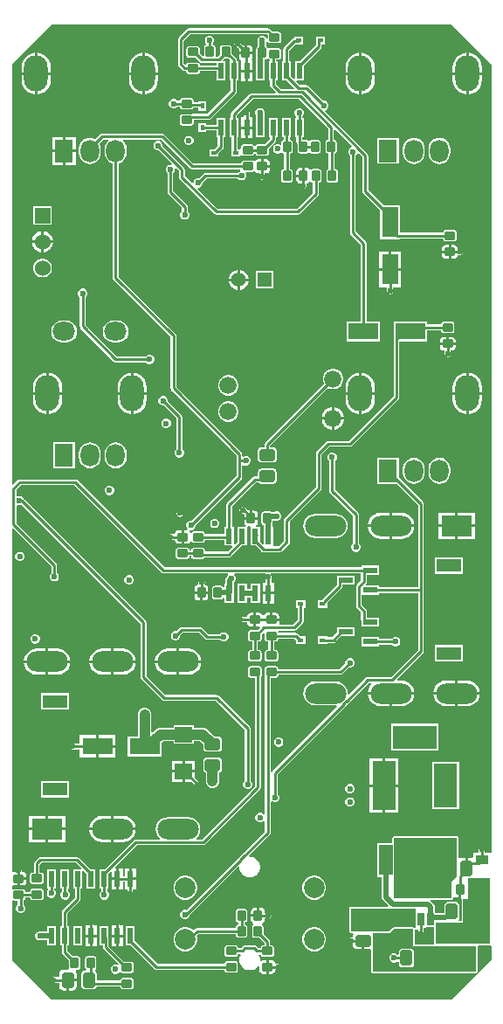
<source format=gbr>
%TF.GenerationSoftware,Altium Limited,Altium Designer,23.1.1 (15)*%
G04 Layer_Physical_Order=4*
G04 Layer_Color=16711680*
%FSLAX26Y26*%
%MOIN*%
%TF.SameCoordinates,CF7A6AEE-9E07-4C1C-9DF4-B320C76D0393*%
%TF.FilePolarity,Positive*%
%TF.FileFunction,Copper,L4,Bot,Signal*%
%TF.Part,Single*%
G01*
G75*
%TA.AperFunction,SMDPad,CuDef*%
G04:AMPARAMS|DCode=10|XSize=59.055mil|YSize=45.276mil|CornerRadius=5.659mil|HoleSize=0mil|Usage=FLASHONLY|Rotation=0.000|XOffset=0mil|YOffset=0mil|HoleType=Round|Shape=RoundedRectangle|*
%AMROUNDEDRECTD10*
21,1,0.059055,0.033957,0,0,0.0*
21,1,0.047736,0.045276,0,0,0.0*
1,1,0.011319,0.023868,-0.016978*
1,1,0.011319,-0.023868,-0.016978*
1,1,0.011319,-0.023868,0.016978*
1,1,0.011319,0.023868,0.016978*
%
%ADD10ROUNDEDRECTD10*%
%ADD11R,0.066000X0.060000*%
%ADD14R,0.023622X0.059843*%
G04:AMPARAMS|DCode=16|XSize=39.37mil|YSize=31.496mil|CornerRadius=3.937mil|HoleSize=0mil|Usage=FLASHONLY|Rotation=90.000|XOffset=0mil|YOffset=0mil|HoleType=Round|Shape=RoundedRectangle|*
%AMROUNDEDRECTD16*
21,1,0.039370,0.023622,0,0,90.0*
21,1,0.031496,0.031496,0,0,90.0*
1,1,0.007874,0.011811,0.015748*
1,1,0.007874,0.011811,-0.015748*
1,1,0.007874,-0.011811,-0.015748*
1,1,0.007874,-0.011811,0.015748*
%
%ADD16ROUNDEDRECTD16*%
G04:AMPARAMS|DCode=17|XSize=39.37mil|YSize=31.496mil|CornerRadius=3.937mil|HoleSize=0mil|Usage=FLASHONLY|Rotation=180.000|XOffset=0mil|YOffset=0mil|HoleType=Round|Shape=RoundedRectangle|*
%AMROUNDEDRECTD17*
21,1,0.039370,0.023622,0,0,180.0*
21,1,0.031496,0.031496,0,0,180.0*
1,1,0.007874,-0.015748,0.011811*
1,1,0.007874,0.015748,0.011811*
1,1,0.007874,0.015748,-0.011811*
1,1,0.007874,-0.015748,-0.011811*
%
%ADD17ROUNDEDRECTD17*%
G04:AMPARAMS|DCode=18|XSize=59.055mil|YSize=45.276mil|CornerRadius=5.659mil|HoleSize=0mil|Usage=FLASHONLY|Rotation=90.000|XOffset=0mil|YOffset=0mil|HoleType=Round|Shape=RoundedRectangle|*
%AMROUNDEDRECTD18*
21,1,0.059055,0.033957,0,0,90.0*
21,1,0.047736,0.045276,0,0,90.0*
1,1,0.011319,0.016978,0.023868*
1,1,0.011319,0.016978,-0.023868*
1,1,0.011319,-0.016978,-0.023868*
1,1,0.011319,-0.016978,0.023868*
%
%ADD18ROUNDEDRECTD18*%
%ADD19R,0.057087X0.023622*%
%ADD21R,0.023228X0.017716*%
%ADD25R,0.116142X0.064961*%
%TA.AperFunction,Conductor*%
%ADD26C,0.009842*%
%ADD27C,0.019685*%
%ADD28C,0.039370*%
%TA.AperFunction,ComponentPad*%
%ADD29O,0.086614X0.070866*%
%ADD30O,0.090551X0.137795*%
%ADD31O,0.070866X0.086614*%
%ADD32R,0.070866X0.086614*%
%ADD33C,0.078740*%
%ADD34C,0.066000*%
%ADD35R,0.055118X0.055118*%
%ADD36C,0.055118*%
%ADD37O,0.157480X0.078740*%
%ADD38R,0.118110X0.078740*%
%ADD39R,0.094488X0.051181*%
%ADD40R,0.090551X0.188976*%
%ADD41R,0.169291X0.090551*%
%ADD42R,0.090551X0.169291*%
%ADD43C,0.060000*%
%ADD44R,0.060000X0.060000*%
%TA.AperFunction,ViaPad*%
%ADD45C,0.023622*%
%TA.AperFunction,SMDPad,CuDef*%
G04:AMPARAMS|DCode=46|XSize=25.591mil|YSize=47.244mil|CornerRadius=1.919mil|HoleSize=0mil|Usage=FLASHONLY|Rotation=0.000|XOffset=0mil|YOffset=0mil|HoleType=Round|Shape=RoundedRectangle|*
%AMROUNDEDRECTD46*
21,1,0.025591,0.043406,0,0,0.0*
21,1,0.021752,0.047244,0,0,0.0*
1,1,0.003839,0.010876,-0.021703*
1,1,0.003839,-0.010876,-0.021703*
1,1,0.003839,-0.010876,0.021703*
1,1,0.003839,0.010876,0.021703*
%
%ADD46ROUNDEDRECTD46*%
%ADD47R,0.053150X0.118110*%
%ADD48R,0.022835X0.059843*%
%ADD49R,0.118110X0.053150*%
%ADD50R,0.017716X0.023228*%
%ADD51R,0.048032X0.035827*%
%ADD52R,0.064961X0.116142*%
G36*
X1800988Y3578520D02*
Y574898D01*
X1797795Y571221D01*
X1774818D01*
Y582677D01*
X1773978Y586902D01*
X1771585Y590483D01*
X1768004Y592876D01*
X1763780Y593716D01*
X1759555Y592876D01*
X1755974Y590483D01*
X1753581Y586902D01*
X1752741Y582677D01*
Y571221D01*
X1729764D01*
Y555336D01*
X1724764Y551232D01*
X1722687Y551645D01*
X1710709D01*
Y511811D01*
X1700709D01*
Y551645D01*
X1688730D01*
X1682620Y550430D01*
X1680683Y549136D01*
X1675683Y551808D01*
Y625984D01*
X1673811Y630504D01*
X1669291Y632376D01*
X1429134D01*
X1424614Y630504D01*
X1422742Y625984D01*
Y608268D01*
X1364173D01*
Y478346D01*
X1381581D01*
Y401575D01*
X1381581Y401575D01*
X1382803Y395430D01*
X1386284Y390221D01*
X1407226Y369279D01*
X1405313Y364660D01*
X1263780D01*
X1259260Y362788D01*
X1257387Y358268D01*
Y271654D01*
X1259260Y267134D01*
X1263780Y265261D01*
X1271026D01*
X1273699Y260261D01*
X1272405Y258325D01*
X1271189Y252215D01*
Y246275D01*
X1264764D01*
X1260539Y245435D01*
X1256958Y243042D01*
X1254565Y239461D01*
X1253725Y235236D01*
X1254565Y231012D01*
X1256958Y227431D01*
X1260539Y225038D01*
X1264764Y224197D01*
X1271189D01*
Y218258D01*
X1272405Y212148D01*
X1275866Y206968D01*
X1281045Y203507D01*
X1287156Y202292D01*
X1306024D01*
Y235236D01*
X1316024D01*
Y202292D01*
X1334892D01*
X1336199Y202552D01*
X1340065Y199380D01*
Y118110D01*
X1341937Y113590D01*
X1346457Y111718D01*
X1740158D01*
X1744677Y113590D01*
X1746550Y118110D01*
Y212598D01*
X1746376Y213017D01*
X1749717Y218017D01*
X1795276D01*
X1795988Y218312D01*
X1800988Y214972D01*
Y161637D01*
X1649386Y10035D01*
X122267Y10035D01*
X-29335Y161637D01*
Y386731D01*
X-24335Y389403D01*
X-23525Y388862D01*
X-19685Y388099D01*
X-7102D01*
Y372284D01*
X-11082Y368303D01*
X-13780Y361792D01*
Y354744D01*
X-11082Y348232D01*
X-6099Y343248D01*
X413Y340551D01*
X7461D01*
X13973Y343248D01*
X18956Y348232D01*
X21654Y354744D01*
Y361792D01*
X18956Y368303D01*
X14976Y372284D01*
Y388728D01*
X15652Y388862D01*
X18907Y391038D01*
X21083Y394293D01*
X21846Y398134D01*
Y399642D01*
X39178D01*
Y399606D01*
X39941Y395766D01*
X42117Y392510D01*
X45373Y390335D01*
X49213Y389571D01*
X80709D01*
X84549Y390335D01*
X87805Y392510D01*
X89980Y395766D01*
X90744Y399606D01*
Y423228D01*
X89980Y427068D01*
X87805Y430324D01*
X84549Y432500D01*
X80709Y433264D01*
X49213D01*
X45373Y432500D01*
X42117Y430324D01*
X39941Y427068D01*
X39178Y423228D01*
Y421720D01*
X21846D01*
Y421756D01*
X21083Y425596D01*
X18907Y428852D01*
X15652Y431027D01*
X11811Y431791D01*
X-19685D01*
X-23525Y431027D01*
X-24335Y430486D01*
X-29335Y433159D01*
Y444503D01*
X-24335Y446849D01*
X-19685Y445924D01*
X-8937D01*
Y471945D01*
X-3937D01*
Y476945D01*
X26021D01*
Y483756D01*
X24939Y489194D01*
X21859Y493804D01*
X17249Y496884D01*
X11811Y497966D01*
X7102D01*
Y503937D01*
X6262Y508161D01*
X3869Y511742D01*
X288Y514135D01*
X-3937Y514976D01*
X-8161Y514135D01*
X-11742Y511742D01*
X-14135Y508161D01*
X-14976Y503937D01*
Y497966D01*
X-19685D01*
X-24335Y497041D01*
X-29335Y499387D01*
Y1806403D01*
X-24715Y1808317D01*
X120457Y1663144D01*
Y1637638D01*
X116477Y1633658D01*
X113780Y1627146D01*
Y1620098D01*
X116477Y1613586D01*
X121460Y1608603D01*
X127972Y1605906D01*
X135020D01*
X141532Y1608603D01*
X146515Y1613586D01*
X149213Y1620098D01*
Y1627146D01*
X146515Y1633658D01*
X142535Y1637638D01*
Y1667716D01*
X141695Y1671941D01*
X139302Y1675522D01*
X-13568Y1828391D01*
Y1893957D01*
X-8567Y1897297D01*
X-5492Y1896024D01*
X1556D01*
X7261Y1898387D01*
X461402Y1444247D01*
Y1240158D01*
X462242Y1235933D01*
X464635Y1232352D01*
X543375Y1153612D01*
X546957Y1151219D01*
X551181Y1150379D01*
X747396D01*
X859040Y1038735D01*
Y844725D01*
X855059Y840744D01*
X852362Y834233D01*
Y827185D01*
X855059Y820673D01*
X860043Y815689D01*
X866555Y812992D01*
X873603D01*
X880114Y815689D01*
X885098Y820673D01*
X887795Y827185D01*
Y834233D01*
X885098Y840744D01*
X881117Y844725D01*
Y1043307D01*
X880277Y1047532D01*
X877884Y1051113D01*
X759774Y1169223D01*
X756193Y1171616D01*
X751968Y1172456D01*
X555754D01*
X483480Y1244730D01*
Y1448819D01*
X482639Y1453043D01*
X480247Y1456625D01*
X15680Y1921191D01*
X13525Y1922631D01*
X13051Y1923776D01*
X8067Y1928760D01*
X1556Y1931457D01*
X-5492D01*
X-8567Y1930183D01*
X-13568Y1933524D01*
Y1955073D01*
X4572Y1973213D01*
X208026D01*
X541407Y1639832D01*
X544988Y1637439D01*
X549212Y1636599D01*
X794506D01*
X794531Y1636562D01*
X796039Y1631599D01*
X792130Y1627690D01*
X789716Y1621863D01*
X789630Y1621778D01*
X786150Y1616569D01*
X784928Y1610424D01*
X784928Y1610423D01*
Y1596457D01*
X781299D01*
Y1585250D01*
X776667Y1582811D01*
X776299Y1582869D01*
X774316Y1585836D01*
X771061Y1588012D01*
X767220Y1588775D01*
X743598D01*
X739758Y1588012D01*
X736502Y1585836D01*
X734327Y1582580D01*
X733563Y1578740D01*
Y1547244D01*
X734327Y1543404D01*
X736502Y1540148D01*
X739758Y1537973D01*
X743598Y1537209D01*
X767220D01*
X771061Y1537973D01*
X774316Y1540148D01*
X776299Y1543116D01*
X776667Y1543173D01*
X781299Y1540734D01*
Y1524803D01*
X816732D01*
Y1561441D01*
X817041Y1562992D01*
X817041Y1562993D01*
Y1602575D01*
X817185Y1602635D01*
X822168Y1607619D01*
X824865Y1614130D01*
Y1621178D01*
X822168Y1627690D01*
X818259Y1631599D01*
X819767Y1636562D01*
X819792Y1636599D01*
X938189D01*
X938899Y1635707D01*
X940404Y1631599D01*
X938817Y1629224D01*
X937977Y1625000D01*
Y1600551D01*
X927205D01*
Y1565630D01*
X949015D01*
X970827D01*
Y1600551D01*
X960054D01*
Y1625000D01*
X959214Y1629224D01*
X957628Y1631599D01*
X959132Y1635707D01*
X959842Y1636599D01*
X1302938D01*
Y1609451D01*
X1287470Y1593983D01*
X1285077Y1590402D01*
X1284237Y1586178D01*
Y1511811D01*
X1285077Y1507587D01*
X1287470Y1504005D01*
X1302938Y1488538D01*
Y1457677D01*
X1303150Y1456611D01*
Y1433071D01*
X1372047D01*
Y1468504D01*
X1325015D01*
Y1493110D01*
X1324175Y1497335D01*
X1321782Y1500916D01*
X1306314Y1516383D01*
Y1555118D01*
X1372047D01*
Y1561796D01*
X1520457D01*
Y1343680D01*
X1416557Y1239779D01*
X1327166D01*
X1322941Y1238939D01*
X1319360Y1236546D01*
X1256495Y1173681D01*
X1252010Y1175892D01*
X1252359Y1178543D01*
X1250803Y1190363D01*
X1246241Y1201376D01*
X1238984Y1210834D01*
X1229526Y1218091D01*
X1218512Y1222654D01*
X1206693Y1224210D01*
X1127953D01*
X1116134Y1222654D01*
X1105120Y1218091D01*
X1095662Y1210834D01*
X1088405Y1201376D01*
X1083843Y1190363D01*
X1082287Y1178543D01*
X1083843Y1166724D01*
X1088405Y1155710D01*
X1095662Y1146252D01*
X1105120Y1138995D01*
X1116134Y1134433D01*
X1127953Y1132877D01*
X1206693D01*
X1209344Y1133226D01*
X1211556Y1128742D01*
X965687Y882873D01*
X963294Y879292D01*
X963148Y878559D01*
X958148Y879051D01*
Y1238492D01*
X976378D01*
X980218Y1239256D01*
X983474Y1241432D01*
X985649Y1244687D01*
X986413Y1248528D01*
Y1249300D01*
X1224906D01*
X1229130Y1250140D01*
X1232711Y1252533D01*
X1257737Y1277559D01*
X1263367D01*
X1269878Y1280256D01*
X1274862Y1285240D01*
X1277559Y1291752D01*
Y1298800D01*
X1274862Y1305311D01*
X1269878Y1310295D01*
X1263367Y1312992D01*
X1256319D01*
X1249807Y1310295D01*
X1244823Y1305311D01*
X1242126Y1298800D01*
Y1293170D01*
X1220333Y1271377D01*
X986413D01*
Y1272150D01*
X985649Y1275990D01*
X983474Y1279246D01*
X980218Y1281421D01*
X976378Y1282185D01*
X944882D01*
X941042Y1281421D01*
X937786Y1279246D01*
X935611Y1275990D01*
X934847Y1272150D01*
Y1248528D01*
X935611Y1244687D01*
X936071Y1243998D01*
Y717829D01*
X931071Y716031D01*
X927358Y719744D01*
X920847Y722441D01*
X913799D01*
X907287Y719744D01*
X902303Y714760D01*
X899606Y708248D01*
Y701200D01*
X902303Y694689D01*
X907287Y689705D01*
X913799Y687008D01*
X920847D01*
X927358Y689705D01*
X931071Y693418D01*
X936071Y691620D01*
Y651951D01*
X841173Y557054D01*
X841101Y556946D01*
X838642Y555059D01*
X836755Y552599D01*
X836647Y552527D01*
X635593Y351473D01*
X633445Y352362D01*
X626397D01*
X619886Y349665D01*
X614902Y344681D01*
X612205Y338170D01*
Y331122D01*
X614902Y324610D01*
X619886Y319626D01*
X626397Y316929D01*
X633445D01*
X639957Y319626D01*
X644941Y324610D01*
X647638Y331122D01*
Y332296D01*
X833583Y518240D01*
X838583Y516169D01*
Y510565D01*
X841266Y500552D01*
X846449Y491574D01*
X853779Y484244D01*
X862757Y479061D01*
X872770Y476378D01*
X883136D01*
X893149Y479061D01*
X902126Y484244D01*
X909457Y491574D01*
X914640Y500552D01*
X917323Y510565D01*
Y520931D01*
X914640Y530944D01*
X909457Y539922D01*
X902126Y547252D01*
X893149Y552435D01*
X883136Y555118D01*
X877532D01*
X875460Y560118D01*
X954915Y639573D01*
X957308Y643154D01*
X958148Y647379D01*
Y764322D01*
X963148Y766394D01*
X963457Y766085D01*
X969969Y763388D01*
X977017D01*
X983528Y766085D01*
X988512Y771068D01*
X991209Y777580D01*
Y784628D01*
X988512Y791140D01*
X984532Y795120D01*
Y870495D01*
X1244616Y1130579D01*
X1244828Y1130897D01*
X1250052Y1135184D01*
X1253904Y1139878D01*
X1254288Y1140134D01*
X1254577Y1140567D01*
X1254657Y1140620D01*
X1331738Y1217701D01*
X1340339D01*
X1341934Y1212701D01*
X1334828Y1203441D01*
X1329854Y1191431D01*
X1328815Y1183543D01*
X1505831D01*
X1504792Y1191431D01*
X1499818Y1203441D01*
X1491904Y1213755D01*
X1481591Y1221668D01*
X1469581Y1226643D01*
X1456693Y1228339D01*
X1442872D01*
X1440959Y1232959D01*
X1539302Y1331302D01*
X1541695Y1334883D01*
X1542535Y1339107D01*
Y1570866D01*
Y1901599D01*
X1541695Y1905824D01*
X1539302Y1909405D01*
X1536419Y1912288D01*
X1446863Y2001843D01*
Y2076783D01*
X1364186D01*
Y1978358D01*
X1439126D01*
X1520457Y1897027D01*
Y1583873D01*
X1372047D01*
Y1590551D01*
X1321793D01*
X1319880Y1595171D01*
X1321782Y1597073D01*
X1324175Y1600654D01*
X1325015Y1604878D01*
Y1629921D01*
X1372047D01*
Y1665354D01*
X1303150D01*
Y1658677D01*
X553785D01*
X220404Y1992058D01*
X216823Y1994450D01*
X212598Y1995291D01*
X0D01*
X-4224Y1994451D01*
X-7806Y1992058D01*
X-24715Y1975148D01*
X-29335Y1977061D01*
Y3578520D01*
X122267Y3730122D01*
X1649386Y3730122D01*
X1800988Y3578520D01*
D02*
G37*
G36*
X1685110Y396582D02*
X1686718Y394176D01*
X1686521Y393701D01*
Y309542D01*
X1675890D01*
X1674470Y312967D01*
X1674133Y314542D01*
X1676494Y318076D01*
X1677392Y322589D01*
Y370325D01*
X1676494Y374837D01*
X1673938Y378663D01*
X1670113Y381219D01*
X1665601Y382116D01*
X1631644D01*
X1627131Y381219D01*
X1623306Y378663D01*
X1620750Y374837D01*
X1619852Y370325D01*
Y340112D01*
X1618025Y338891D01*
X1587505D01*
X1587145Y340701D01*
X1585415Y343289D01*
X1584954Y343597D01*
Y362484D01*
X1583732Y368629D01*
X1580251Y373838D01*
X1580251Y373838D01*
X1568720Y385369D01*
X1567409Y386246D01*
X1568925Y391246D01*
X1649606D01*
X1654126Y393118D01*
X1655998Y397638D01*
Y398830D01*
X1660998Y401502D01*
X1662861Y400258D01*
X1668299Y399176D01*
X1675110D01*
Y429134D01*
X1685110D01*
Y396582D01*
D02*
G37*
G36*
X1669291Y480315D02*
X1649606Y460630D01*
Y397638D01*
X1429134D01*
Y625984D01*
X1669291D01*
Y480315D01*
D02*
G37*
G36*
X1425197Y357959D02*
X1425197Y357959D01*
X1511811D01*
Y283465D01*
X1504761D01*
X1504520Y284048D01*
X1500000Y285920D01*
X1429134D01*
X1424614Y284048D01*
X1424031Y283465D01*
X1421260D01*
X1409449Y271653D01*
X1263780Y271654D01*
Y358268D01*
X1423645D01*
X1425197Y357959D01*
D02*
G37*
G36*
X1554969Y286871D02*
X1558022Y286264D01*
X1579774D01*
X1580222Y285896D01*
Y224409D01*
X1580396Y223991D01*
X1577055Y218990D01*
X1506392D01*
Y277072D01*
X1511811D01*
X1515457Y278583D01*
X1520457Y276538D01*
Y259842D01*
X1521298Y255618D01*
X1523690Y252037D01*
X1527272Y249644D01*
X1531496Y248804D01*
X1535720Y249644D01*
X1539302Y252037D01*
X1541695Y255618D01*
X1542535Y259842D01*
Y282122D01*
X1547023Y283014D01*
X1550965Y285649D01*
X1552766Y288343D01*
X1554969Y286871D01*
D02*
G37*
G36*
X1795276Y224409D02*
X1586614D01*
Y290395D01*
X1587145Y291189D01*
X1587752Y294242D01*
Y303150D01*
X1692913D01*
Y393701D01*
X1712598D01*
Y472441D01*
X1795276D01*
Y224409D01*
D02*
G37*
G36*
X1500000Y212598D02*
X1740158D01*
Y118110D01*
X1346457D01*
Y217119D01*
X1346683Y218258D01*
Y252215D01*
X1346457Y253353D01*
Y263779D01*
X1413386D01*
X1429134Y279528D01*
X1500000D01*
Y212598D01*
D02*
G37*
%LPC*%
G36*
X948323Y3715763D02*
X645669D01*
X641445Y3714923D01*
X637864Y3712530D01*
X606368Y3681034D01*
X603975Y3677453D01*
X603134Y3673228D01*
Y3578740D01*
X603975Y3574516D01*
X606368Y3570935D01*
X621620Y3555683D01*
X625201Y3553290D01*
X629425Y3552449D01*
X635634D01*
Y3551677D01*
X636398Y3547837D01*
X638573Y3544581D01*
X641829Y3542406D01*
X645669Y3541642D01*
X677165D01*
X681006Y3542406D01*
X684261Y3544581D01*
X686437Y3547837D01*
X687201Y3551677D01*
Y3552449D01*
X750000D01*
Y3517717D01*
X784646D01*
Y3589370D01*
X776372D01*
X774459Y3593989D01*
X780670Y3600201D01*
X797078D01*
X802909Y3594370D01*
X800837Y3589370D01*
X800000D01*
Y3517717D01*
X805890D01*
Y3478982D01*
X715900Y3388992D01*
X658325D01*
X655870Y3388503D01*
X648622D01*
X648525Y3388484D01*
X622047D01*
X618207Y3387720D01*
X614951Y3385545D01*
X612776Y3382289D01*
X612012Y3378449D01*
Y3354827D01*
X612776Y3350986D01*
X614951Y3347731D01*
X618207Y3345555D01*
X622047Y3344791D01*
X653543D01*
X657384Y3345555D01*
X660639Y3347731D01*
X662815Y3350986D01*
X663579Y3354827D01*
Y3366914D01*
X720472D01*
X724697Y3367754D01*
X728278Y3370147D01*
X824735Y3466604D01*
X827128Y3470185D01*
X827968Y3474409D01*
Y3517717D01*
X834646D01*
Y3589370D01*
X828362D01*
Y3595567D01*
X827521Y3599791D01*
X825128Y3603373D01*
X809475Y3619026D01*
X808752Y3619509D01*
Y3641732D01*
X807988Y3645573D01*
X805812Y3648828D01*
X802557Y3651004D01*
X798716Y3651768D01*
X775095D01*
X771254Y3651004D01*
X767999Y3648828D01*
X765823Y3645573D01*
X765059Y3641732D01*
Y3615812D01*
X755758Y3606511D01*
X749809D01*
X746752Y3610236D01*
Y3641732D01*
X745988Y3645573D01*
X743812Y3648828D01*
X740557Y3651004D01*
X738057Y3651501D01*
X736844Y3655730D01*
X736875Y3656702D01*
X739429Y3659256D01*
X742126Y3665767D01*
Y3672815D01*
X739429Y3679327D01*
X734445Y3684311D01*
X727933Y3687008D01*
X720885D01*
X714374Y3684311D01*
X709390Y3679327D01*
X706693Y3672815D01*
Y3665767D01*
X709390Y3659256D01*
X711998Y3656648D01*
X710610Y3651273D01*
X709254Y3651004D01*
X705999Y3648828D01*
X703823Y3645573D01*
X703059Y3641732D01*
Y3610466D01*
X702545Y3609996D01*
X698394Y3608059D01*
X687201Y3619253D01*
Y3637299D01*
X686437Y3641140D01*
X684261Y3644395D01*
X681006Y3646571D01*
X677165Y3647334D01*
X645669D01*
X641829Y3646571D01*
X638573Y3644395D01*
X636398Y3641140D01*
X635634Y3637299D01*
Y3613677D01*
X636398Y3609837D01*
X638573Y3606581D01*
X641829Y3604406D01*
X645669Y3603642D01*
X671589D01*
X687564Y3587667D01*
X691146Y3585274D01*
X695370Y3584434D01*
X750000D01*
Y3574527D01*
X687201D01*
Y3575299D01*
X686437Y3579140D01*
X684261Y3582395D01*
X681006Y3584571D01*
X677165Y3585334D01*
X645669D01*
X641829Y3584571D01*
X638573Y3582395D01*
X636398Y3579140D01*
X630982Y3577542D01*
X625212Y3583313D01*
Y3668656D01*
X650242Y3693686D01*
X943750D01*
X946658Y3690778D01*
Y3676842D01*
X941658Y3675847D01*
X940216Y3679327D01*
X935232Y3684311D01*
X928721Y3687008D01*
X921673D01*
X915161Y3684311D01*
X910178Y3679327D01*
X907480Y3672815D01*
Y3665767D01*
X908892Y3662359D01*
Y3646962D01*
X905794Y3644891D01*
X903618Y3641635D01*
X902855Y3637795D01*
Y3616312D01*
X902841Y3616244D01*
X902841Y3616244D01*
Y3589370D01*
X900000D01*
Y3517717D01*
X934646D01*
Y3553567D01*
X934954Y3555118D01*
X934954Y3555119D01*
Y3596264D01*
X936512D01*
X940352Y3597028D01*
X943608Y3599203D01*
X943761Y3599433D01*
X949597Y3599699D01*
X949843Y3599535D01*
X952853Y3597524D01*
X956284Y3596841D01*
Y3589370D01*
X950000D01*
Y3517717D01*
X956284D01*
Y3497244D01*
X957124Y3493020D01*
X959517Y3489439D01*
X976605Y3472351D01*
X974691Y3467732D01*
X885827D01*
X881602Y3466891D01*
X878021Y3464499D01*
X809517Y3395995D01*
X807124Y3392413D01*
X806284Y3388189D01*
Y3372047D01*
X800000D01*
Y3300394D01*
X809040D01*
Y3254921D01*
X807480D01*
Y3225394D01*
X842520D01*
Y3230623D01*
X845971Y3232044D01*
X847520Y3232375D01*
X850491Y3230390D01*
X854331Y3229626D01*
X885827D01*
X889667Y3230390D01*
X892923Y3232566D01*
X895084Y3235800D01*
X895195Y3235821D01*
X900081Y3235821D01*
X900192Y3235800D01*
X902353Y3232565D01*
X905609Y3230390D01*
X909449Y3229626D01*
X940945D01*
X944785Y3230390D01*
X948041Y3232565D01*
X950216Y3235821D01*
X950980Y3239661D01*
Y3257707D01*
X975128Y3281856D01*
X977521Y3285437D01*
X978362Y3289661D01*
Y3300394D01*
X984646D01*
Y3372047D01*
X950000D01*
Y3300394D01*
X956284D01*
Y3294234D01*
X935369Y3273319D01*
X909449D01*
X905609Y3272555D01*
X902353Y3270379D01*
X900192Y3267145D01*
X900081Y3267124D01*
X895195Y3267124D01*
X895084Y3267145D01*
X892923Y3270380D01*
X889667Y3272555D01*
X885827Y3273319D01*
X854331D01*
X850491Y3272555D01*
X847235Y3270380D01*
X845059Y3267124D01*
X844296Y3263284D01*
Y3259186D01*
X842519Y3254921D01*
X839295Y3254921D01*
X831118D01*
Y3300394D01*
X834646D01*
Y3372047D01*
X828362D01*
Y3383617D01*
X890399Y3445654D01*
X1065775D01*
X1177441Y3333988D01*
Y3289563D01*
X1176669D01*
X1172829Y3288799D01*
X1169573Y3286624D01*
X1167398Y3283368D01*
X1166634Y3279528D01*
Y3248032D01*
X1167398Y3244191D01*
X1169573Y3240936D01*
X1172829Y3238760D01*
X1176669Y3237996D01*
X1179410D01*
Y3179089D01*
X1176766Y3178563D01*
X1173510Y3176387D01*
X1171335Y3173132D01*
X1170571Y3169291D01*
Y3137795D01*
X1171335Y3133955D01*
X1173510Y3130699D01*
X1176766Y3128524D01*
X1180606Y3127760D01*
X1204228D01*
X1208069Y3128524D01*
X1211324Y3130699D01*
X1213500Y3133955D01*
X1214264Y3137795D01*
Y3169291D01*
X1213500Y3173132D01*
X1211324Y3176387D01*
X1208069Y3178563D01*
X1204228Y3179327D01*
X1201488D01*
Y3238234D01*
X1204132Y3238760D01*
X1207387Y3240936D01*
X1209563Y3244191D01*
X1210327Y3248032D01*
Y3279528D01*
X1209563Y3283368D01*
X1207387Y3286624D01*
X1204132Y3288799D01*
X1200291Y3289563D01*
X1199519D01*
Y3327648D01*
X1204139Y3329562D01*
X1267270Y3266430D01*
X1265788Y3260841D01*
X1261618Y3259114D01*
X1256634Y3254130D01*
X1253937Y3247619D01*
Y3240570D01*
X1256634Y3234059D01*
X1260615Y3230078D01*
Y2935532D01*
X1261455Y2931307D01*
X1263848Y2927726D01*
X1300969Y2890605D01*
Y2597441D01*
X1248032D01*
Y2520669D01*
X1375984D01*
Y2597441D01*
X1323047D01*
Y2895177D01*
X1322206Y2899401D01*
X1319813Y2902983D01*
X1282692Y2940104D01*
Y3230078D01*
X1286673Y3234059D01*
X1288400Y3238229D01*
X1293989Y3239711D01*
X1307859Y3225841D01*
Y3094488D01*
X1308699Y3090264D01*
X1311092Y3086683D01*
X1375000Y3022775D01*
Y2911417D01*
X1451772D01*
Y2913662D01*
X1615949D01*
Y2912890D01*
X1616713Y2909050D01*
X1618888Y2905794D01*
X1622144Y2903618D01*
X1625984Y2902854D01*
X1657480D01*
X1661321Y2903618D01*
X1664576Y2905794D01*
X1666752Y2909050D01*
X1667516Y2912890D01*
Y2936512D01*
X1666752Y2940352D01*
X1664576Y2943608D01*
X1661321Y2945783D01*
X1657480Y2946547D01*
X1625984D01*
X1622144Y2945783D01*
X1618888Y2943608D01*
X1616713Y2940352D01*
X1615949Y2936512D01*
Y2935740D01*
X1451772D01*
Y3039370D01*
X1389627D01*
X1329936Y3099061D01*
Y3230414D01*
X1329096Y3234638D01*
X1326703Y3238220D01*
X1165854Y3399069D01*
X1167027Y3404967D01*
X1170102Y3406240D01*
X1175086Y3411224D01*
X1177783Y3417736D01*
Y3424784D01*
X1175086Y3431295D01*
X1170102Y3436279D01*
X1163590Y3438976D01*
X1157961D01*
X1100943Y3495994D01*
X1097362Y3498387D01*
X1093137Y3499228D01*
X1068746D01*
X1054876Y3513097D01*
X1056790Y3517717D01*
X1084646D01*
Y3573759D01*
X1148947Y3638061D01*
X1151340Y3641642D01*
X1152180Y3645866D01*
Y3654528D01*
X1165354D01*
Y3684055D01*
X1130315D01*
Y3666421D01*
X1130103Y3665354D01*
Y3650439D01*
X1069034Y3589370D01*
X1050000D01*
Y3524506D01*
X1045381Y3522593D01*
X1034646Y3533328D01*
Y3589370D01*
X1028362D01*
Y3630861D01*
X1051816Y3654316D01*
X1060827D01*
X1061893Y3654528D01*
X1082283D01*
Y3684055D01*
X1047244D01*
Y3676393D01*
X1043020Y3675553D01*
X1039438Y3673160D01*
X1009517Y3643239D01*
X1007124Y3639657D01*
X1006284Y3635433D01*
Y3589370D01*
X1000000D01*
Y3517717D01*
X1019034D01*
X1048652Y3488099D01*
X1046738Y3483480D01*
X996699D01*
X978362Y3501817D01*
Y3517717D01*
X984646D01*
Y3589370D01*
X978362D01*
Y3596760D01*
X988189D01*
X992029Y3597524D01*
X995285Y3599699D01*
X997460Y3602955D01*
X998224Y3606795D01*
Y3630417D01*
X997460Y3634258D01*
X995285Y3637513D01*
X992029Y3639689D01*
X988189Y3640453D01*
X956693D01*
X952853Y3639689D01*
X951447Y3638749D01*
X946291Y3640381D01*
X945979Y3640652D01*
X945783Y3641635D01*
X943608Y3644891D01*
X941005Y3646630D01*
Y3661161D01*
X942406Y3664542D01*
X946447Y3664875D01*
X947533Y3664788D01*
X949597Y3661699D01*
X952853Y3659524D01*
X956693Y3658760D01*
X988189D01*
X992029Y3659524D01*
X995285Y3661699D01*
X997460Y3664955D01*
X998224Y3668795D01*
Y3692417D01*
X997460Y3696258D01*
X995285Y3699513D01*
X992029Y3701689D01*
X988189Y3702453D01*
X965966D01*
X965483Y3703176D01*
X956128Y3712530D01*
X952547Y3714923D01*
X948323Y3715763D01*
D02*
G37*
G36*
X874512Y3652005D02*
X867701D01*
Y3627047D01*
X888722D01*
Y3637795D01*
X887640Y3643233D01*
X884560Y3647843D01*
X879950Y3650923D01*
X874512Y3652005D01*
D02*
G37*
G36*
X831205Y3668519D02*
X830709D01*
X826484Y3667679D01*
X822903Y3665286D01*
X820510Y3661705D01*
X819670Y3657480D01*
X820510Y3653256D01*
X822903Y3649675D01*
X824398Y3648676D01*
X836680Y3636394D01*
Y3627047D01*
X857701D01*
Y3652005D01*
X852291D01*
X839010Y3665286D01*
X835429Y3667679D01*
X831205Y3668519D01*
D02*
G37*
G36*
X888722Y3617047D02*
X862701D01*
X836680D01*
Y3606299D01*
X837761Y3600861D01*
X840842Y3596251D01*
X845452Y3593171D01*
X845905Y3593081D01*
Y3558543D01*
X888740D01*
Y3593465D01*
X888704D01*
X886039Y3598465D01*
X887640Y3600861D01*
X888722Y3606299D01*
Y3617047D01*
D02*
G37*
G36*
X1713674Y3622035D02*
Y3548319D01*
X1764427D01*
Y3566941D01*
X1762527Y3581370D01*
X1756957Y3594817D01*
X1748097Y3606364D01*
X1736551Y3615224D01*
X1723104Y3620794D01*
X1713674Y3622035D01*
D02*
G37*
G36*
X477454Y3622035D02*
Y3548319D01*
X528206D01*
Y3566941D01*
X526307Y3581370D01*
X520737Y3594817D01*
X511877Y3606364D01*
X500330Y3615224D01*
X486884Y3620794D01*
X477454Y3622035D01*
D02*
G37*
G36*
X467454Y3622035D02*
X458024Y3620794D01*
X444577Y3615224D01*
X433031Y3606364D01*
X424171Y3594817D01*
X418601Y3581370D01*
X416701Y3566941D01*
Y3548319D01*
X467454D01*
Y3622035D01*
D02*
G37*
G36*
X1703674D02*
X1694244Y3620794D01*
X1680798Y3615224D01*
X1669251Y3606364D01*
X1660391Y3594817D01*
X1654821Y3581370D01*
X1652922Y3566941D01*
Y3548319D01*
X1703674D01*
Y3622035D01*
D02*
G37*
G36*
X1304225D02*
Y3548319D01*
X1354978D01*
Y3566941D01*
X1353078Y3581370D01*
X1347509Y3594817D01*
X1338648Y3606364D01*
X1327102Y3615224D01*
X1313655Y3620794D01*
X1304225Y3622035D01*
D02*
G37*
G36*
X1294225D02*
X1284796Y3620794D01*
X1271349Y3615224D01*
X1259802Y3606364D01*
X1250942Y3594817D01*
X1245372Y3581370D01*
X1243473Y3566941D01*
Y3548319D01*
X1294225D01*
Y3622035D01*
D02*
G37*
G36*
X68005D02*
Y3548319D01*
X118757D01*
Y3566941D01*
X116858Y3581370D01*
X111288Y3594817D01*
X102428Y3606364D01*
X90881Y3615224D01*
X77435Y3620794D01*
X68005Y3622035D01*
D02*
G37*
G36*
X58005D02*
X48575Y3620794D01*
X35129Y3615224D01*
X23582Y3606364D01*
X14722Y3594817D01*
X9152Y3581370D01*
X7252Y3566941D01*
Y3548319D01*
X58005D01*
Y3622035D01*
D02*
G37*
G36*
X888740Y3548543D02*
X872323D01*
Y3513622D01*
X888740D01*
Y3548543D01*
D02*
G37*
G36*
X862323D02*
X845905D01*
Y3513622D01*
X862323D01*
Y3548543D01*
D02*
G37*
G36*
X467454Y3538319D02*
X416701D01*
Y3519697D01*
X418601Y3505267D01*
X424171Y3491820D01*
X433031Y3480274D01*
X444577Y3471414D01*
X458024Y3465844D01*
X467454Y3464602D01*
Y3538319D01*
D02*
G37*
G36*
X1764427D02*
X1713674D01*
Y3464602D01*
X1723104Y3465844D01*
X1736551Y3471414D01*
X1748097Y3480274D01*
X1756957Y3491820D01*
X1762527Y3505267D01*
X1764427Y3519697D01*
Y3538319D01*
D02*
G37*
G36*
X1354978Y3538319D02*
X1304225D01*
Y3464602D01*
X1313655Y3465844D01*
X1327102Y3471414D01*
X1338648Y3480274D01*
X1347509Y3491820D01*
X1353078Y3505267D01*
X1354978Y3519697D01*
Y3538319D01*
D02*
G37*
G36*
X1294225D02*
X1243473D01*
Y3519697D01*
X1245372Y3505267D01*
X1250942Y3491820D01*
X1259802Y3480274D01*
X1271349Y3471414D01*
X1284796Y3465844D01*
X1294225Y3464602D01*
Y3538319D01*
D02*
G37*
G36*
X118757D02*
X68005D01*
Y3464602D01*
X77435Y3465844D01*
X90881Y3471414D01*
X102428Y3480274D01*
X111288Y3491820D01*
X116858Y3505267D01*
X118757Y3519697D01*
Y3538319D01*
D02*
G37*
G36*
X58005D02*
X7252D01*
Y3519697D01*
X9152Y3505267D01*
X14722Y3491820D01*
X23582Y3480274D01*
X35129Y3471414D01*
X48575Y3465844D01*
X58005Y3464602D01*
Y3538319D01*
D02*
G37*
G36*
X1703674Y3538319D02*
X1652922D01*
Y3519697D01*
X1654821Y3505267D01*
X1660391Y3491820D01*
X1669251Y3480274D01*
X1680798Y3471414D01*
X1694244Y3465844D01*
X1703674Y3464602D01*
Y3538319D01*
D02*
G37*
G36*
X528206D02*
X477454D01*
Y3464602D01*
X486884Y3465844D01*
X500330Y3471414D01*
X511877Y3480274D01*
X520737Y3491820D01*
X526307Y3505267D01*
X528206Y3519697D01*
Y3538319D01*
D02*
G37*
G36*
X653543Y3450484D02*
X622047D01*
X618207Y3449720D01*
X614951Y3447545D01*
X612776Y3444289D01*
X612012Y3440449D01*
Y3439677D01*
X601126D01*
X597146Y3443657D01*
X590634Y3446354D01*
X583586D01*
X577075Y3443657D01*
X572091Y3438673D01*
X569394Y3432162D01*
Y3425114D01*
X572091Y3418602D01*
X577075Y3413619D01*
X583586Y3410921D01*
X590634D01*
X597146Y3413619D01*
X601126Y3417599D01*
X612012D01*
Y3416827D01*
X612776Y3412986D01*
X614951Y3409731D01*
X618207Y3407555D01*
X622047Y3406791D01*
X653543D01*
X657384Y3407555D01*
X660639Y3409731D01*
X662815Y3412986D01*
X662822Y3413024D01*
X682087D01*
Y3401969D01*
X711614D01*
Y3437008D01*
X682087D01*
Y3435102D01*
X663579D01*
Y3440449D01*
X662815Y3444289D01*
X660639Y3447545D01*
X657384Y3449720D01*
X653543Y3450484D01*
D02*
G37*
G36*
X784646Y3372047D02*
X750000D01*
Y3347456D01*
X711614D01*
Y3353937D01*
X682087D01*
Y3318898D01*
X711614D01*
Y3325379D01*
X750000D01*
Y3300394D01*
X756284D01*
Y3267368D01*
X743838Y3254921D01*
X724410D01*
Y3225394D01*
X759449D01*
Y3239310D01*
X775128Y3254990D01*
X777521Y3258571D01*
X778362Y3262795D01*
Y3300394D01*
X784646D01*
Y3372047D01*
D02*
G37*
G36*
X866142Y3404740D02*
X861917Y3403899D01*
X858336Y3401506D01*
X855943Y3397925D01*
X855103Y3393701D01*
X855693Y3390732D01*
Y3376142D01*
X845905D01*
Y3341220D01*
X888740D01*
Y3376142D01*
X877771D01*
Y3393110D01*
X876931Y3397335D01*
X874538Y3400916D01*
X873947Y3401506D01*
X870366Y3403899D01*
X866142Y3404740D01*
D02*
G37*
G36*
X920847Y3411417D02*
X913799D01*
X907287Y3408720D01*
X902303Y3403736D01*
X899606Y3397225D01*
Y3390177D01*
X901266Y3386169D01*
Y3372047D01*
X900000D01*
Y3300394D01*
X934646D01*
Y3372047D01*
X933379D01*
Y3386169D01*
X935039Y3390177D01*
Y3397225D01*
X932342Y3403736D01*
X927358Y3408720D01*
X920847Y3411417D01*
D02*
G37*
G36*
X888740Y3331220D02*
X872323D01*
Y3296299D01*
X888740D01*
Y3331220D01*
D02*
G37*
G36*
X862323D02*
X845905D01*
Y3296299D01*
X862323D01*
Y3331220D01*
D02*
G37*
G36*
X544802Y3313216D02*
X313989D01*
X309765Y3312375D01*
X306184Y3309983D01*
X288330Y3292129D01*
X278521Y3296192D01*
X267729Y3297612D01*
X256938Y3296192D01*
X246882Y3292026D01*
X238246Y3285400D01*
X231620Y3276765D01*
X227455Y3266709D01*
X226034Y3255917D01*
Y3240169D01*
X227455Y3229378D01*
X231620Y3219321D01*
X238246Y3210686D01*
X246882Y3204060D01*
X256938Y3199894D01*
X267729Y3198474D01*
X278521Y3199894D01*
X288577Y3204060D01*
X297212Y3210686D01*
X303839Y3219321D01*
X308004Y3229378D01*
X309425Y3240169D01*
Y3255917D01*
X308004Y3266709D01*
X303941Y3276517D01*
X318562Y3291138D01*
X336372D01*
X337979Y3286403D01*
X336672Y3285400D01*
X330046Y3276765D01*
X325880Y3266709D01*
X324459Y3255917D01*
Y3240169D01*
X325880Y3229378D01*
X330046Y3219321D01*
X336672Y3210686D01*
X345307Y3204060D01*
X355116Y3199997D01*
Y2763767D01*
X355956Y2759542D01*
X358349Y2755961D01*
X575575Y2538735D01*
Y2342520D01*
X576416Y2338295D01*
X578809Y2334714D01*
X827544Y2085979D01*
Y2066073D01*
Y2008509D01*
X655649Y1836614D01*
X650019D01*
X643508Y1833917D01*
X638524Y1828933D01*
X635827Y1822422D01*
Y1815374D01*
X638524Y1808862D01*
X642011Y1805375D01*
X639548Y1800767D01*
X637795Y1801116D01*
X627047D01*
Y1775094D01*
Y1749073D01*
X637795D01*
X643233Y1750155D01*
X647843Y1753236D01*
X650923Y1757846D01*
X651113Y1758799D01*
X655024Y1759306D01*
X656280Y1759148D01*
X658258Y1756188D01*
X661514Y1754012D01*
X665354Y1753248D01*
X696850D01*
X700691Y1754012D01*
X703946Y1756188D01*
X706122Y1759443D01*
X706886Y1763284D01*
Y1764056D01*
X781299D01*
Y1742126D01*
X809155D01*
X811069Y1737507D01*
X793223Y1719661D01*
X706886D01*
Y1724906D01*
X706122Y1728746D01*
X703946Y1732002D01*
X700691Y1734177D01*
X696850Y1734941D01*
X665354D01*
X661514Y1734177D01*
X658258Y1732002D01*
X656083Y1728746D01*
X655319Y1724906D01*
Y1724133D01*
X647831D01*
Y1724906D01*
X647067Y1728746D01*
X644891Y1732002D01*
X641635Y1734177D01*
X637795Y1734941D01*
X606299D01*
X602459Y1734177D01*
X599203Y1732002D01*
X597028Y1728746D01*
X596264Y1724906D01*
Y1701284D01*
X597028Y1697443D01*
X599203Y1694188D01*
X602459Y1692012D01*
X606299Y1691248D01*
X637795D01*
X641635Y1692012D01*
X644891Y1694188D01*
X647067Y1697443D01*
X647831Y1701284D01*
Y1702056D01*
X655319D01*
Y1701284D01*
X656083Y1697443D01*
X658258Y1694188D01*
X661514Y1692012D01*
X665354Y1691248D01*
X696850D01*
X700691Y1692012D01*
X703946Y1694188D01*
X706122Y1697443D01*
X706150Y1697583D01*
X797795D01*
X802020Y1698424D01*
X805601Y1700816D01*
X846910Y1742126D01*
X866732D01*
Y1812165D01*
X870524Y1816441D01*
X870606Y1816499D01*
X877426D01*
X881299Y1813779D01*
X881299Y1811499D01*
Y1742126D01*
X901121D01*
X922706Y1720541D01*
X926287Y1718148D01*
X930512Y1717308D01*
X992126D01*
X996350Y1718148D01*
X999932Y1720541D01*
X1027491Y1748100D01*
X1029883Y1751681D01*
X1030724Y1755906D01*
Y1834010D01*
X1149538Y1952824D01*
X1151931Y1956406D01*
X1152771Y1960630D01*
Y2089916D01*
X1181738Y2118883D01*
X1259843D01*
X1264067Y2119723D01*
X1267648Y2122116D01*
X1445798Y2300265D01*
X1448191Y2303847D01*
X1449031Y2308071D01*
Y2520669D01*
X1555118D01*
Y2563268D01*
X1608075D01*
Y2562496D01*
X1608839Y2558656D01*
X1611014Y2555400D01*
X1614270Y2553225D01*
X1618110Y2552461D01*
X1649606D01*
X1653447Y2553225D01*
X1656702Y2555400D01*
X1658878Y2558656D01*
X1659642Y2562496D01*
Y2586118D01*
X1658878Y2589958D01*
X1656702Y2593214D01*
X1653447Y2595390D01*
X1649606Y2596153D01*
X1618110D01*
X1614270Y2595390D01*
X1611014Y2593214D01*
X1608839Y2589958D01*
X1608075Y2586118D01*
Y2585346D01*
X1555118D01*
Y2597441D01*
X1427166D01*
Y2532562D01*
X1426953Y2531496D01*
Y2312643D01*
X1255270Y2140960D01*
X1177165D01*
X1172941Y2140120D01*
X1169360Y2137727D01*
X1133927Y2102294D01*
X1131534Y2098713D01*
X1130694Y2094488D01*
Y1965202D01*
X1011879Y1846388D01*
X1009486Y1842807D01*
X1008646Y1838583D01*
Y1760478D01*
X987554Y1739385D01*
X970597D01*
X966732Y1742126D01*
Y1813779D01*
X963104D01*
Y1823486D01*
X963293Y1823613D01*
X965468Y1826868D01*
X966232Y1830709D01*
Y1837780D01*
X974342D01*
X976532Y1836873D01*
X983580D01*
X990091Y1839571D01*
X995075Y1844554D01*
X997772Y1851066D01*
Y1858114D01*
X995075Y1864626D01*
X990091Y1869609D01*
X983580Y1872306D01*
X976532D01*
X970706Y1869893D01*
X962406D01*
X960037Y1871476D01*
X956197Y1872240D01*
X932575D01*
X928735Y1871476D01*
X925479Y1869301D01*
X923303Y1866045D01*
X922539Y1862205D01*
Y1830709D01*
X923303Y1826868D01*
X925479Y1823613D01*
X928735Y1821437D01*
X930991Y1820988D01*
Y1779922D01*
X930991Y1779921D01*
X931299Y1778370D01*
Y1749703D01*
X926680Y1747790D01*
X916732Y1757737D01*
Y1783777D01*
X916944Y1784842D01*
X916732Y1785908D01*
Y1813779D01*
X902946D01*
X901429Y1818779D01*
X904245Y1820661D01*
X907325Y1825271D01*
X908407Y1830709D01*
Y1841457D01*
X882386D01*
X856365D01*
Y1830709D01*
X857447Y1825271D01*
X860527Y1820661D01*
X863342Y1818779D01*
X861826Y1813779D01*
X831299D01*
Y1757737D01*
X821352Y1747790D01*
X816732Y1749703D01*
Y1813779D01*
X810054D01*
Y1892869D01*
X900980Y1983794D01*
X911192D01*
X912676Y1981573D01*
X916501Y1979017D01*
X921014Y1978120D01*
X968750D01*
X973262Y1979017D01*
X977088Y1981573D01*
X979644Y1985399D01*
X980542Y1989911D01*
Y2023868D01*
X979644Y2028380D01*
X977088Y2032206D01*
X973262Y2034762D01*
X968750Y2035660D01*
X921014D01*
X916501Y2034762D01*
X912676Y2032206D01*
X910120Y2028380D01*
X909222Y2023868D01*
Y2005871D01*
X896407D01*
X892183Y2005031D01*
X888602Y2002638D01*
X791210Y1905246D01*
X788817Y1901665D01*
X787977Y1897441D01*
Y1813779D01*
X781299D01*
Y1786133D01*
X706886D01*
Y1786906D01*
X706122Y1790746D01*
X703946Y1794002D01*
X700691Y1796177D01*
X696850Y1796941D01*
X665354D01*
X661514Y1796177D01*
X658258Y1794002D01*
X656280Y1791041D01*
X655024Y1790883D01*
X651113Y1791390D01*
X650923Y1792343D01*
X648105Y1796562D01*
X648722Y1798660D01*
X649176Y1799543D01*
X650516Y1801181D01*
X657067D01*
X663579Y1803878D01*
X668563Y1808862D01*
X671260Y1815374D01*
Y1821003D01*
X846388Y1996131D01*
X848781Y1999713D01*
X849621Y2003937D01*
Y2047925D01*
X854622Y2050392D01*
X859537Y2048356D01*
X866585D01*
X873097Y2051053D01*
X878080Y2056037D01*
X880778Y2062549D01*
Y2069597D01*
X878080Y2076108D01*
X873097Y2081092D01*
X866585Y2083789D01*
X859537D01*
X854622Y2081753D01*
X849621Y2084221D01*
Y2090551D01*
X848781Y2094776D01*
X846388Y2098357D01*
X597653Y2347092D01*
Y2543307D01*
X596813Y2547531D01*
X594420Y2551113D01*
X377193Y2768339D01*
Y3199997D01*
X387002Y3204060D01*
X395638Y3210686D01*
X402264Y3219321D01*
X406429Y3229378D01*
X407850Y3240169D01*
Y3255917D01*
X406429Y3266709D01*
X402264Y3276765D01*
X395638Y3285400D01*
X394330Y3286403D01*
X395937Y3291138D01*
X540230D01*
X649701Y3181667D01*
X653282Y3179274D01*
X657506Y3178434D01*
X840352D01*
X842500Y3175173D01*
X840256Y3170151D01*
X836421Y3168563D01*
X832441Y3164582D01*
X708661D01*
X704437Y3163742D01*
X700856Y3161349D01*
X683208Y3143701D01*
X677578D01*
X671067Y3141004D01*
X666083Y3136020D01*
X663386Y3129508D01*
Y3126494D01*
X658386Y3124423D01*
X629716Y3153093D01*
Y3176598D01*
X628876Y3180823D01*
X626483Y3184404D01*
X545276Y3265611D01*
Y3271240D01*
X542578Y3277752D01*
X537595Y3282736D01*
X531083Y3285433D01*
X524035D01*
X517524Y3282736D01*
X512540Y3277752D01*
X509843Y3271240D01*
Y3264193D01*
X512540Y3257681D01*
X517524Y3252697D01*
X524035Y3250000D01*
X529664D01*
X580163Y3199501D01*
X578966Y3196488D01*
X577711Y3194882D01*
X571279D01*
X564768Y3192185D01*
X559784Y3187201D01*
X557087Y3180689D01*
Y3173641D01*
X559784Y3167130D01*
X563764Y3163149D01*
Y3090551D01*
X564605Y3086327D01*
X566997Y3082746D01*
X619379Y3030365D01*
Y3017457D01*
X615398Y3013477D01*
X612701Y3006965D01*
Y2999917D01*
X615398Y2993405D01*
X620382Y2988422D01*
X626893Y2985724D01*
X633941D01*
X640453Y2988422D01*
X645437Y2993405D01*
X648134Y2999917D01*
Y3006965D01*
X645437Y3013477D01*
X641456Y3017457D01*
Y3034937D01*
X640616Y3039161D01*
X638223Y3042743D01*
X585842Y3095124D01*
Y3163149D01*
X589822Y3167130D01*
X592520Y3173641D01*
Y3180074D01*
X594126Y3181328D01*
X597139Y3182525D01*
X607638Y3172026D01*
Y3148521D01*
X608479Y3144296D01*
X610872Y3140715D01*
X743644Y3007942D01*
X747226Y3005550D01*
X751450Y3004709D01*
X1062992D01*
X1067216Y3005550D01*
X1070798Y3007942D01*
X1138223Y3075368D01*
X1140616Y3078949D01*
X1141456Y3083173D01*
Y3127760D01*
X1142228D01*
X1146069Y3128524D01*
X1149324Y3130699D01*
X1151500Y3133955D01*
X1152264Y3137795D01*
Y3169291D01*
X1151500Y3173132D01*
X1149324Y3176387D01*
X1146069Y3178563D01*
X1142228Y3179327D01*
X1118606D01*
X1114766Y3178563D01*
X1111510Y3176387D01*
X1111484Y3176377D01*
X1105755Y3176773D01*
X1104040Y3179339D01*
X1099430Y3182420D01*
X1093992Y3183501D01*
X1087181D01*
Y3153543D01*
X1082181D01*
Y3148543D01*
X1056160D01*
Y3137795D01*
X1057242Y3132357D01*
X1060322Y3127747D01*
X1064932Y3124667D01*
X1070370Y3123585D01*
X1071142D01*
Y3113677D01*
X1071983Y3109453D01*
X1074376Y3105872D01*
X1077957Y3103479D01*
X1082181Y3102638D01*
X1086406Y3103479D01*
X1089987Y3105872D01*
X1092380Y3109453D01*
X1093220Y3113677D01*
Y3123585D01*
X1093992D01*
X1099430Y3124667D01*
X1104040Y3127747D01*
X1105755Y3130313D01*
X1111484Y3130709D01*
X1111510Y3130699D01*
X1114766Y3128524D01*
X1118606Y3127760D01*
X1119379D01*
Y3087746D01*
X1058420Y3026787D01*
X756022D01*
X679541Y3103268D01*
X681612Y3108268D01*
X684626D01*
X691138Y3110965D01*
X696122Y3115949D01*
X698819Y3122460D01*
Y3128090D01*
X713234Y3142505D01*
X832441D01*
X836421Y3138524D01*
X842933Y3135827D01*
X849981D01*
X856492Y3138524D01*
X861476Y3143508D01*
X864173Y3150019D01*
Y3157067D01*
X861871Y3162626D01*
X863962Y3167626D01*
X885827D01*
X889667Y3168390D01*
X892056Y3169986D01*
X895245Y3170067D01*
X898183Y3169437D01*
X899401Y3167613D01*
X904011Y3164533D01*
X909449Y3163451D01*
X914158D01*
Y3149606D01*
X914998Y3145382D01*
X917391Y3141801D01*
X920972Y3139408D01*
X925197Y3138568D01*
X929421Y3139408D01*
X933003Y3141801D01*
X935395Y3145382D01*
X936236Y3149606D01*
Y3163451D01*
X940945D01*
X946383Y3164533D01*
X950993Y3167613D01*
X954073Y3172224D01*
X955155Y3177661D01*
Y3184472D01*
X925197D01*
Y3189472D01*
X920197D01*
Y3215493D01*
X909449D01*
X904011Y3214412D01*
X899401Y3211331D01*
X898183Y3209508D01*
X895245Y3208878D01*
X892056Y3208959D01*
X889667Y3210555D01*
X885827Y3211319D01*
X854331D01*
X850491Y3210555D01*
X847235Y3208380D01*
X845059Y3205124D01*
X844296Y3201284D01*
Y3200511D01*
X662079D01*
X552607Y3309983D01*
X549026Y3312375D01*
X544802Y3313216D01*
D02*
G37*
G36*
X1034646Y3372047D02*
X1000000D01*
Y3300394D01*
X1007961D01*
Y3289383D01*
X1005026Y3288799D01*
X1001770Y3286624D01*
X999595Y3283368D01*
X998831Y3279528D01*
Y3272914D01*
X993831Y3271114D01*
X987776Y3273622D01*
X980728D01*
X974216Y3270925D01*
X969233Y3265941D01*
X966535Y3259430D01*
Y3252381D01*
X969233Y3245870D01*
X974216Y3240886D01*
X980728Y3238189D01*
X987776D01*
X994288Y3240886D01*
X995334Y3241933D01*
X1001625Y3241153D01*
X1001770Y3240936D01*
X1005026Y3238760D01*
X1008866Y3237996D01*
X1009390D01*
Y3179327D01*
X1008370D01*
X1004530Y3178563D01*
X1001274Y3176387D01*
X999099Y3173132D01*
X998335Y3169291D01*
Y3137795D01*
X999099Y3133955D01*
X1001274Y3130699D01*
X1004530Y3128524D01*
X1008370Y3127760D01*
X1031992D01*
X1035832Y3128524D01*
X1039088Y3130699D01*
X1041264Y3133955D01*
X1042027Y3137795D01*
Y3169291D01*
X1041264Y3173132D01*
X1039088Y3176387D01*
X1035832Y3178563D01*
X1031992Y3179327D01*
X1031468D01*
Y3237996D01*
X1032488D01*
X1036329Y3238760D01*
X1039584Y3240936D01*
X1041760Y3244191D01*
X1042524Y3248032D01*
Y3279528D01*
X1041760Y3283368D01*
X1039584Y3286624D01*
X1036329Y3288799D01*
X1032488Y3289563D01*
X1030039D01*
Y3300394D01*
X1034646D01*
Y3372047D01*
D02*
G37*
G36*
X649193Y3305118D02*
X642145D01*
X635634Y3302421D01*
X630650Y3297437D01*
X627953Y3290926D01*
Y3283878D01*
X630650Y3277366D01*
X635634Y3272382D01*
X642145Y3269685D01*
X649193D01*
X655705Y3272382D01*
X660689Y3277366D01*
X663386Y3283878D01*
Y3290926D01*
X660689Y3297437D01*
X655705Y3302421D01*
X649193Y3305118D01*
D02*
G37*
G36*
X214737Y3301350D02*
X174304D01*
Y3253043D01*
X214737D01*
Y3301350D01*
D02*
G37*
G36*
X164304D02*
X123871D01*
Y3253043D01*
X164304D01*
Y3301350D01*
D02*
G37*
G36*
X1070847Y3411024D02*
X1063799D01*
X1057287Y3408326D01*
X1052303Y3403343D01*
X1049606Y3396831D01*
Y3389783D01*
X1052303Y3383271D01*
X1056284Y3379291D01*
Y3372047D01*
X1050000D01*
Y3300394D01*
X1056284D01*
Y3283071D01*
X1057124Y3278847D01*
X1059517Y3275265D01*
X1060831Y3273952D01*
Y3248032D01*
X1061595Y3244191D01*
X1063770Y3240936D01*
X1067026Y3238760D01*
X1070866Y3237996D01*
X1094488D01*
X1098329Y3238760D01*
X1101584Y3240936D01*
X1107573D01*
X1110829Y3238760D01*
X1114669Y3237996D01*
X1138291D01*
X1142132Y3238760D01*
X1145387Y3240936D01*
X1147563Y3244191D01*
X1148327Y3248032D01*
Y3279528D01*
X1147563Y3283368D01*
X1145387Y3286624D01*
X1142132Y3288799D01*
X1138291Y3289563D01*
X1114669D01*
X1110829Y3288799D01*
X1107573Y3286624D01*
X1101584D01*
X1098329Y3288799D01*
X1094488Y3289563D01*
X1078362D01*
Y3300394D01*
X1084646D01*
Y3372047D01*
X1078362D01*
Y3379291D01*
X1082342Y3383271D01*
X1085039Y3389783D01*
Y3396831D01*
X1082342Y3403343D01*
X1077358Y3408326D01*
X1070847Y3411024D01*
D02*
G37*
G36*
X1446863Y3297256D02*
X1364186D01*
Y3198831D01*
X1446863D01*
Y3297256D01*
D02*
G37*
G36*
X1602375Y3297612D02*
X1591584Y3296192D01*
X1581527Y3292026D01*
X1572892Y3285400D01*
X1566266Y3276765D01*
X1562101Y3266709D01*
X1560680Y3255917D01*
Y3240169D01*
X1562101Y3229378D01*
X1566266Y3219321D01*
X1572892Y3210686D01*
X1581527Y3204060D01*
X1591584Y3199894D01*
X1602375Y3198474D01*
X1613167Y3199894D01*
X1623223Y3204060D01*
X1631858Y3210686D01*
X1638484Y3219321D01*
X1642650Y3229378D01*
X1644070Y3240169D01*
Y3255917D01*
X1642650Y3266709D01*
X1638484Y3276765D01*
X1631858Y3285400D01*
X1623223Y3292026D01*
X1613167Y3296192D01*
X1602375Y3297612D01*
D02*
G37*
G36*
X1503950D02*
X1493158Y3296192D01*
X1483102Y3292026D01*
X1474467Y3285400D01*
X1467841Y3276765D01*
X1463675Y3266709D01*
X1462255Y3255917D01*
Y3240169D01*
X1463675Y3229378D01*
X1467841Y3219321D01*
X1474467Y3210686D01*
X1483102Y3204060D01*
X1493158Y3199894D01*
X1503950Y3198474D01*
X1514741Y3199894D01*
X1524797Y3204060D01*
X1533433Y3210686D01*
X1540059Y3219321D01*
X1544224Y3229378D01*
X1545645Y3240169D01*
Y3255917D01*
X1544224Y3266709D01*
X1540059Y3276765D01*
X1533433Y3285400D01*
X1524797Y3292026D01*
X1514741Y3296192D01*
X1503950Y3297612D01*
D02*
G37*
G36*
X214737Y3243043D02*
X174304D01*
Y3194736D01*
X214737D01*
Y3243043D01*
D02*
G37*
G36*
X164304D02*
X123871D01*
Y3194736D01*
X164304D01*
Y3243043D01*
D02*
G37*
G36*
X940945Y3215493D02*
X930197D01*
Y3194472D01*
X955155D01*
Y3201283D01*
X954073Y3206721D01*
X950993Y3211331D01*
X946383Y3214412D01*
X940945Y3215493D01*
D02*
G37*
G36*
X1077181Y3183501D02*
X1070370D01*
X1064932Y3182420D01*
X1060322Y3179339D01*
X1057242Y3174729D01*
X1056160Y3169291D01*
Y3158543D01*
X1077181D01*
Y3183501D01*
D02*
G37*
G36*
X122520Y3037480D02*
X50709D01*
Y2965669D01*
X122520D01*
Y3037480D01*
D02*
G37*
G36*
X91880Y2941575D02*
X91614D01*
Y2906575D01*
X126614D01*
Y2906841D01*
X123888Y2917014D01*
X118622Y2926135D01*
X111175Y2933583D01*
X102054Y2938849D01*
X91880Y2941575D01*
D02*
G37*
G36*
X81614D02*
X81348D01*
X71175Y2938849D01*
X62054Y2933583D01*
X54606Y2926135D01*
X49340Y2917014D01*
X46614Y2906841D01*
Y2906575D01*
X81614D01*
Y2941575D01*
D02*
G37*
G36*
X1636732Y2888722D02*
X1625984D01*
X1620546Y2887640D01*
X1615936Y2884560D01*
X1612856Y2879950D01*
X1611774Y2874512D01*
Y2867701D01*
X1636732D01*
Y2888722D01*
D02*
G37*
G36*
X126614Y2896575D02*
X91614D01*
Y2861575D01*
X91880D01*
X102054Y2864301D01*
X111175Y2869567D01*
X118622Y2877014D01*
X123888Y2886135D01*
X126614Y2896309D01*
Y2896575D01*
D02*
G37*
G36*
X81614D02*
X46614D01*
Y2896309D01*
X49340Y2886135D01*
X54606Y2877014D01*
X62054Y2869567D01*
X71175Y2864301D01*
X81348Y2861575D01*
X81614D01*
Y2896575D01*
D02*
G37*
G36*
X1657480Y2888722D02*
X1646732D01*
Y2862701D01*
Y2836680D01*
X1657480D01*
X1662918Y2837762D01*
X1667528Y2840842D01*
X1670609Y2845452D01*
X1671690Y2850890D01*
Y2851662D01*
X1680606D01*
X1684831Y2852502D01*
X1688412Y2854895D01*
X1690805Y2858476D01*
X1691645Y2862701D01*
X1690805Y2866925D01*
X1688412Y2870506D01*
X1684831Y2872899D01*
X1680606Y2873740D01*
X1671690D01*
Y2874512D01*
X1670609Y2879950D01*
X1667528Y2884560D01*
X1662918Y2887640D01*
X1657480Y2888722D01*
D02*
G37*
G36*
X1636732Y2857701D02*
X1611774D01*
Y2850890D01*
X1612856Y2845452D01*
X1615936Y2840842D01*
X1620546Y2837762D01*
X1625984Y2836680D01*
X1636732D01*
Y2857701D01*
D02*
G37*
G36*
X1455866Y2864331D02*
X1418386D01*
Y2801260D01*
X1455866D01*
Y2864331D01*
D02*
G37*
G36*
X1408386D02*
X1370906D01*
Y2801260D01*
X1408386D01*
Y2864331D01*
D02*
G37*
G36*
X91341Y2837480D02*
X81887D01*
X72755Y2835033D01*
X64568Y2830306D01*
X57883Y2823621D01*
X53156Y2815434D01*
X50709Y2806302D01*
Y2796848D01*
X53156Y2787716D01*
X57883Y2779528D01*
X64568Y2772843D01*
X72755Y2768116D01*
X81887Y2765669D01*
X91341D01*
X100473Y2768116D01*
X108661Y2772843D01*
X115346Y2779528D01*
X120073Y2787716D01*
X122520Y2796848D01*
Y2806302D01*
X120073Y2815434D01*
X115346Y2823621D01*
X108661Y2830306D01*
X100473Y2835033D01*
X91341Y2837480D01*
D02*
G37*
G36*
X840827Y2793450D02*
Y2760905D01*
X873371D01*
X870826Y2770403D01*
X865881Y2778967D01*
X858889Y2785960D01*
X850324Y2790905D01*
X840827Y2793450D01*
D02*
G37*
G36*
X830827D02*
X821330Y2790905D01*
X812765Y2785960D01*
X805772Y2778967D01*
X800827Y2770403D01*
X798283Y2760905D01*
X830827D01*
Y2793450D01*
D02*
G37*
G36*
X969291Y2789370D02*
X902362D01*
Y2722441D01*
X969291D01*
Y2789370D01*
D02*
G37*
G36*
X873371Y2750905D02*
X840827D01*
Y2718361D01*
X850324Y2720906D01*
X858889Y2725851D01*
X865881Y2732844D01*
X870826Y2741408D01*
X873371Y2750905D01*
D02*
G37*
G36*
X830827D02*
X798283D01*
X800827Y2741408D01*
X805772Y2732844D01*
X812765Y2725851D01*
X821330Y2720906D01*
X830827Y2718361D01*
Y2750905D01*
D02*
G37*
G36*
X1455866Y2791260D02*
X1413386D01*
X1370906D01*
Y2728189D01*
X1402347D01*
Y2712598D01*
X1403187Y2708374D01*
X1405580Y2704793D01*
X1409161Y2702400D01*
X1413386Y2701560D01*
X1417610Y2702400D01*
X1421191Y2704793D01*
X1423584Y2708374D01*
X1424425Y2712598D01*
Y2728189D01*
X1455866D01*
Y2791260D01*
D02*
G37*
G36*
X374016Y2600750D02*
X358268D01*
X347476Y2599330D01*
X337420Y2595164D01*
X328785Y2588538D01*
X322159Y2579903D01*
X317993Y2569847D01*
X316572Y2559055D01*
X317993Y2548264D01*
X322159Y2538207D01*
X328785Y2529572D01*
X337420Y2522946D01*
X347476Y2518781D01*
X358268Y2517360D01*
X374016D01*
X384807Y2518781D01*
X394863Y2522946D01*
X403499Y2529572D01*
X410125Y2538207D01*
X414290Y2548264D01*
X415711Y2559055D01*
X414290Y2569847D01*
X410125Y2579903D01*
X403499Y2588538D01*
X394863Y2595164D01*
X384807Y2599330D01*
X374016Y2600750D01*
D02*
G37*
G36*
X177165D02*
X161417D01*
X150626Y2599330D01*
X140570Y2595164D01*
X131934Y2588538D01*
X125308Y2579903D01*
X121143Y2569847D01*
X119722Y2559055D01*
X121143Y2548264D01*
X125308Y2538207D01*
X131934Y2529572D01*
X140570Y2522946D01*
X150626Y2518781D01*
X161417Y2517360D01*
X177165D01*
X187957Y2518781D01*
X198013Y2522946D01*
X206648Y2529572D01*
X213274Y2538207D01*
X217440Y2548264D01*
X218861Y2559055D01*
X217440Y2569847D01*
X213274Y2579903D01*
X206648Y2588538D01*
X198013Y2595164D01*
X187957Y2599330D01*
X177165Y2600750D01*
D02*
G37*
G36*
X1649606Y2538328D02*
X1638859D01*
Y2517307D01*
X1663816D01*
Y2524118D01*
X1662735Y2529556D01*
X1659654Y2534166D01*
X1655044Y2537246D01*
X1649606Y2538328D01*
D02*
G37*
G36*
X1628859D02*
X1618110D01*
X1612672Y2537246D01*
X1608062Y2534166D01*
X1604982Y2529556D01*
X1603900Y2524118D01*
Y2517307D01*
X1628859D01*
Y2538328D01*
D02*
G37*
G36*
X1663816Y2507307D02*
X1633859D01*
X1603900D01*
Y2500496D01*
X1604982Y2495058D01*
X1608062Y2490448D01*
X1612672Y2487368D01*
X1618110Y2486286D01*
X1622820D01*
Y2472441D01*
X1623660Y2468216D01*
X1626053Y2464635D01*
X1629634Y2462242D01*
X1633858Y2461402D01*
X1638083Y2462242D01*
X1641664Y2464635D01*
X1644057Y2468216D01*
X1644897Y2472441D01*
Y2486286D01*
X1649606D01*
X1655044Y2487368D01*
X1659654Y2490448D01*
X1662735Y2495058D01*
X1663816Y2500496D01*
Y2507307D01*
D02*
G37*
G36*
X243681Y2722441D02*
X236633D01*
X230122Y2719744D01*
X225138Y2714760D01*
X222441Y2708248D01*
Y2701200D01*
X225138Y2694689D01*
X229119Y2690708D01*
Y2578740D01*
X229959Y2574516D01*
X232352Y2570935D01*
X358336Y2444950D01*
X361917Y2442557D01*
X366142Y2441717D01*
X482047D01*
X486027Y2437737D01*
X492539Y2435039D01*
X499587D01*
X506099Y2437737D01*
X511082Y2442720D01*
X513779Y2449232D01*
Y2456280D01*
X511082Y2462791D01*
X506099Y2467775D01*
X499587Y2470472D01*
X492539D01*
X486027Y2467775D01*
X482047Y2463795D01*
X370714D01*
X251196Y2583313D01*
Y2690708D01*
X255177Y2694689D01*
X257874Y2701200D01*
Y2708248D01*
X255177Y2714760D01*
X250193Y2719744D01*
X243681Y2722441D01*
D02*
G37*
G36*
X1201185Y2417055D02*
X1190941D01*
X1181046Y2414404D01*
X1172175Y2409282D01*
X1164931Y2402038D01*
X1159809Y2393167D01*
X1157158Y2383272D01*
Y2373028D01*
X1159809Y2363133D01*
X1161868Y2359566D01*
X937076Y2134774D01*
X934683Y2131193D01*
X933843Y2126968D01*
Y2116368D01*
X921014D01*
X916501Y2115471D01*
X912676Y2112915D01*
X910120Y2109089D01*
X909222Y2104577D01*
Y2070620D01*
X910120Y2066108D01*
X912676Y2062282D01*
X916501Y2059726D01*
X921014Y2058829D01*
X968750D01*
X973262Y2059726D01*
X977088Y2062282D01*
X979644Y2066108D01*
X980542Y2070620D01*
Y2104577D01*
X979644Y2109089D01*
X977088Y2112915D01*
X973262Y2115471D01*
X968750Y2116368D01*
X955921D01*
Y2122396D01*
X1177479Y2343955D01*
X1181046Y2341896D01*
X1190941Y2339244D01*
X1201185D01*
X1211080Y2341896D01*
X1219951Y2347017D01*
X1227195Y2354261D01*
X1232317Y2363133D01*
X1234968Y2373028D01*
Y2383272D01*
X1232317Y2393167D01*
X1227195Y2402038D01*
X1219951Y2409282D01*
X1211080Y2414404D01*
X1201185Y2417055D01*
D02*
G37*
G36*
X434134Y2401562D02*
Y2327847D01*
X484886D01*
Y2346468D01*
X482987Y2360898D01*
X477417Y2374345D01*
X468557Y2385891D01*
X457010Y2394751D01*
X443564Y2400321D01*
X434134Y2401562D01*
D02*
G37*
G36*
X1713674D02*
Y2327847D01*
X1764427D01*
Y2346468D01*
X1762527Y2360898D01*
X1756957Y2374345D01*
X1748097Y2385891D01*
X1736551Y2394751D01*
X1723104Y2400321D01*
X1713674Y2401562D01*
D02*
G37*
G36*
X424134D02*
X414704Y2400321D01*
X401257Y2394751D01*
X389711Y2385891D01*
X380851Y2374345D01*
X375281Y2360898D01*
X373381Y2346468D01*
Y2327847D01*
X424134D01*
Y2401562D01*
D02*
G37*
G36*
X1703674D02*
X1694244Y2400321D01*
X1680798Y2394751D01*
X1669251Y2385891D01*
X1660391Y2374345D01*
X1654821Y2360898D01*
X1652922Y2346468D01*
Y2327847D01*
X1703674D01*
Y2401562D01*
D02*
G37*
G36*
X1304225D02*
Y2327846D01*
X1354978D01*
Y2346468D01*
X1353078Y2360898D01*
X1347509Y2374345D01*
X1338648Y2385891D01*
X1327102Y2394751D01*
X1313655Y2400321D01*
X1304225Y2401562D01*
D02*
G37*
G36*
X1294225D02*
X1284796Y2400321D01*
X1271349Y2394751D01*
X1259802Y2385891D01*
X1250942Y2374345D01*
X1245372Y2360898D01*
X1243473Y2346468D01*
Y2327846D01*
X1294225D01*
Y2401562D01*
D02*
G37*
G36*
X111299D02*
Y2327846D01*
X162052D01*
Y2346468D01*
X160152Y2360898D01*
X154582Y2374345D01*
X145722Y2385891D01*
X134175Y2394751D01*
X120729Y2400321D01*
X111299Y2401562D01*
D02*
G37*
G36*
X101299D02*
X91869Y2400321D01*
X78423Y2394751D01*
X66876Y2385891D01*
X58016Y2374345D01*
X52446Y2360898D01*
X50547Y2346468D01*
Y2327846D01*
X101299D01*
Y2401562D01*
D02*
G37*
G36*
X801185Y2392055D02*
X790941D01*
X781046Y2389404D01*
X772174Y2384282D01*
X764931Y2377038D01*
X759809Y2368167D01*
X757158Y2358272D01*
Y2348028D01*
X759809Y2338133D01*
X764931Y2329261D01*
X772174Y2322017D01*
X781046Y2316896D01*
X790941Y2314244D01*
X801185D01*
X811080Y2316896D01*
X819952Y2322017D01*
X827195Y2329261D01*
X832317Y2338133D01*
X834968Y2348028D01*
Y2358272D01*
X832317Y2368167D01*
X827195Y2377038D01*
X819952Y2384282D01*
X811080Y2389404D01*
X801185Y2392055D01*
D02*
G37*
G36*
X1764427Y2317847D02*
X1713674D01*
Y2244130D01*
X1723104Y2245371D01*
X1736551Y2250941D01*
X1748097Y2259801D01*
X1756957Y2271348D01*
X1762527Y2284794D01*
X1764427Y2299224D01*
Y2317847D01*
D02*
G37*
G36*
X484886D02*
X434134D01*
Y2244130D01*
X443564Y2245371D01*
X457010Y2250941D01*
X468557Y2259801D01*
X477417Y2271348D01*
X482987Y2284794D01*
X484886Y2299224D01*
Y2317847D01*
D02*
G37*
G36*
X1354978Y2317846D02*
X1304225D01*
Y2244130D01*
X1313655Y2245371D01*
X1327102Y2250941D01*
X1338648Y2259801D01*
X1347509Y2271348D01*
X1353078Y2284794D01*
X1354978Y2299224D01*
Y2317846D01*
D02*
G37*
G36*
X1294225D02*
X1243473D01*
Y2299224D01*
X1245372Y2284794D01*
X1250942Y2271348D01*
X1259802Y2259801D01*
X1271349Y2250941D01*
X1284796Y2245371D01*
X1294225Y2244130D01*
Y2317846D01*
D02*
G37*
G36*
X162052D02*
X111299D01*
Y2244130D01*
X120729Y2245371D01*
X134175Y2250941D01*
X145722Y2259801D01*
X154582Y2271348D01*
X160152Y2284794D01*
X162052Y2299224D01*
Y2317846D01*
D02*
G37*
G36*
X101299D02*
X50547D01*
Y2299224D01*
X52446Y2284794D01*
X58016Y2271348D01*
X66876Y2259801D01*
X78423Y2250941D01*
X91869Y2245371D01*
X101299Y2244130D01*
Y2317846D01*
D02*
G37*
G36*
X1703674Y2317847D02*
X1652922D01*
Y2299224D01*
X1654821Y2284794D01*
X1660391Y2271348D01*
X1669251Y2259801D01*
X1680798Y2250941D01*
X1694244Y2245371D01*
X1703674Y2244130D01*
Y2317847D01*
D02*
G37*
G36*
X424134D02*
X373381D01*
Y2299224D01*
X375281Y2284794D01*
X380851Y2271348D01*
X389711Y2259801D01*
X401257Y2250941D01*
X414704Y2245371D01*
X424134Y2244130D01*
Y2317847D01*
D02*
G37*
G36*
X1201724Y2271150D02*
X1201063D01*
Y2233150D01*
X1239063D01*
Y2233811D01*
X1236133Y2244747D01*
X1230472Y2254552D01*
X1222466Y2262558D01*
X1212660Y2268219D01*
X1201724Y2271150D01*
D02*
G37*
G36*
X1191063D02*
X1190402D01*
X1179466Y2268219D01*
X1169660Y2262558D01*
X1161655Y2254552D01*
X1155993Y2244747D01*
X1153063Y2233811D01*
Y2233150D01*
X1191063D01*
Y2271150D01*
D02*
G37*
G36*
X801185Y2292055D02*
X790941D01*
X781046Y2289404D01*
X772174Y2284282D01*
X764931Y2277038D01*
X759809Y2268167D01*
X757158Y2258272D01*
Y2248028D01*
X759809Y2238133D01*
X764931Y2229261D01*
X772174Y2222017D01*
X781046Y2216896D01*
X790941Y2214244D01*
X801185D01*
X811080Y2216896D01*
X819952Y2222017D01*
X827195Y2229261D01*
X832317Y2238133D01*
X834968Y2248028D01*
Y2258272D01*
X832317Y2268167D01*
X827195Y2277038D01*
X819952Y2284282D01*
X811080Y2289404D01*
X801185Y2292055D01*
D02*
G37*
G36*
X562579Y2226378D02*
X555531D01*
X549019Y2223681D01*
X544036Y2218697D01*
X541339Y2212185D01*
Y2205137D01*
X544036Y2198626D01*
X549019Y2193642D01*
X555531Y2190945D01*
X562579D01*
X569091Y2193642D01*
X574074Y2198626D01*
X576772Y2205137D01*
Y2212185D01*
X574074Y2218697D01*
X569091Y2223681D01*
X562579Y2226378D01*
D02*
G37*
G36*
X1239063Y2223150D02*
X1201063D01*
Y2185150D01*
X1201724D01*
X1212660Y2188080D01*
X1222466Y2193741D01*
X1230472Y2201747D01*
X1236133Y2211552D01*
X1239063Y2222488D01*
Y2223150D01*
D02*
G37*
G36*
X1191063D02*
X1153063D01*
Y2222488D01*
X1155993Y2211552D01*
X1161655Y2201747D01*
X1169660Y2193741D01*
X1179466Y2188080D01*
X1190402Y2185150D01*
X1191063D01*
Y2223150D01*
D02*
G37*
G36*
X550768Y2312992D02*
X543720D01*
X537208Y2310295D01*
X532225Y2305311D01*
X529528Y2298800D01*
Y2291752D01*
X532225Y2285240D01*
X537208Y2280256D01*
X543720Y2277559D01*
X549349D01*
X597819Y2229089D01*
Y2109882D01*
X593839Y2105902D01*
X591142Y2099390D01*
Y2092342D01*
X593839Y2085831D01*
X598823Y2080847D01*
X605334Y2078150D01*
X612382D01*
X618894Y2080847D01*
X623878Y2085831D01*
X626575Y2092342D01*
Y2099390D01*
X623878Y2105902D01*
X619897Y2109882D01*
Y2233661D01*
X619057Y2237886D01*
X616664Y2241467D01*
X564961Y2293170D01*
Y2298800D01*
X562263Y2305311D01*
X557280Y2310295D01*
X550768Y2312992D01*
D02*
G37*
G36*
X210643Y2135827D02*
X127966D01*
Y2037401D01*
X210643D01*
Y2135827D01*
D02*
G37*
G36*
X366155Y2136183D02*
X355363Y2134763D01*
X345307Y2130597D01*
X336672Y2123971D01*
X330046Y2115336D01*
X325880Y2105280D01*
X324459Y2094488D01*
Y2078740D01*
X325880Y2067948D01*
X330046Y2057892D01*
X336672Y2049257D01*
X345307Y2042631D01*
X355363Y2038466D01*
X366155Y2037045D01*
X376946Y2038466D01*
X387002Y2042631D01*
X395638Y2049257D01*
X402264Y2057892D01*
X406429Y2067948D01*
X407850Y2078740D01*
Y2094488D01*
X406429Y2105280D01*
X402264Y2115336D01*
X395638Y2123971D01*
X387002Y2130597D01*
X376946Y2134763D01*
X366155Y2136183D01*
D02*
G37*
G36*
X267716D02*
X256925Y2134763D01*
X246869Y2130597D01*
X238233Y2123971D01*
X231607Y2115336D01*
X227442Y2105280D01*
X226021Y2094488D01*
Y2078740D01*
X227442Y2067948D01*
X231607Y2057892D01*
X238233Y2049257D01*
X246869Y2042631D01*
X256925Y2038466D01*
X267716Y2037045D01*
X278508Y2038466D01*
X288564Y2042631D01*
X297200Y2049257D01*
X303826Y2057892D01*
X307991Y2067948D01*
X309412Y2078740D01*
Y2094488D01*
X307991Y2105280D01*
X303826Y2115336D01*
X297200Y2123971D01*
X288564Y2130597D01*
X278508Y2134763D01*
X267716Y2136183D01*
D02*
G37*
G36*
X1602375Y2077140D02*
X1591584Y2075719D01*
X1581527Y2071554D01*
X1572892Y2064928D01*
X1566266Y2056292D01*
X1562101Y2046236D01*
X1560680Y2035445D01*
Y2019697D01*
X1562101Y2008905D01*
X1566266Y1998849D01*
X1572892Y1990214D01*
X1581527Y1983587D01*
X1591584Y1979422D01*
X1602375Y1978001D01*
X1613167Y1979422D01*
X1623223Y1983587D01*
X1631858Y1990214D01*
X1638484Y1998849D01*
X1642650Y2008905D01*
X1644070Y2019697D01*
Y2035445D01*
X1642650Y2046236D01*
X1638484Y2056292D01*
X1631858Y2064928D01*
X1623223Y2071554D01*
X1613167Y2075719D01*
X1602375Y2077140D01*
D02*
G37*
G36*
X1503950D02*
X1493158Y2075719D01*
X1483102Y2071554D01*
X1474467Y2064928D01*
X1467841Y2056292D01*
X1463675Y2046236D01*
X1462255Y2035445D01*
Y2019697D01*
X1463675Y2008905D01*
X1467841Y1998849D01*
X1474467Y1990214D01*
X1483102Y1983587D01*
X1493158Y1979422D01*
X1503950Y1978001D01*
X1514741Y1979422D01*
X1524797Y1983587D01*
X1533433Y1990214D01*
X1540059Y1998849D01*
X1544224Y2008905D01*
X1545645Y2019697D01*
Y2035445D01*
X1544224Y2046236D01*
X1540059Y2056292D01*
X1533433Y2064928D01*
X1524797Y2071554D01*
X1514741Y2075719D01*
X1503950Y2077140D01*
D02*
G37*
G36*
X346044Y1970472D02*
X338996D01*
X332484Y1967775D01*
X327500Y1962792D01*
X324803Y1956280D01*
Y1949232D01*
X327500Y1942720D01*
X332484Y1937737D01*
X338996Y1935039D01*
X346044D01*
X352555Y1937737D01*
X357539Y1942720D01*
X360236Y1949232D01*
Y1956280D01*
X357539Y1962792D01*
X352555Y1967775D01*
X346044Y1970472D01*
D02*
G37*
G36*
X894197Y1876415D02*
X887386D01*
Y1851457D01*
X908407D01*
Y1862205D01*
X907325Y1867643D01*
X904245Y1872253D01*
X899635Y1875333D01*
X894197Y1876415D01*
D02*
G37*
G36*
X850394Y1889488D02*
X846169Y1888647D01*
X842588Y1886254D01*
X840195Y1882673D01*
X839355Y1878449D01*
X840195Y1874225D01*
X842588Y1870643D01*
X845225Y1868007D01*
X848806Y1865614D01*
X852237Y1864931D01*
X856365Y1860803D01*
Y1851457D01*
X877386D01*
Y1876415D01*
X871976D01*
X864773Y1883618D01*
X861192Y1886011D01*
X857450Y1886755D01*
X854618Y1888647D01*
X850394Y1889488D01*
D02*
G37*
G36*
X610236Y1877180D02*
X606012Y1876340D01*
X602431Y1873947D01*
X600038Y1870366D01*
X599197Y1866142D01*
Y1862413D01*
X600038Y1858189D01*
X602431Y1854607D01*
X606012Y1852215D01*
X610236Y1851374D01*
X614461Y1852215D01*
X618042Y1854607D01*
X620435Y1858189D01*
X621275Y1862413D01*
Y1866142D01*
X620435Y1870366D01*
X618042Y1873947D01*
X614461Y1876340D01*
X610236Y1877180D01*
D02*
G37*
G36*
X1736378Y1866890D02*
X1672323D01*
Y1822520D01*
X1736378D01*
Y1866890D01*
D02*
G37*
G36*
X1662323D02*
X1598268D01*
Y1822520D01*
X1662323D01*
Y1866890D01*
D02*
G37*
G36*
X1456693Y1867316D02*
X1422323D01*
Y1822520D01*
X1505831D01*
X1504792Y1830408D01*
X1499818Y1842418D01*
X1491904Y1852731D01*
X1481591Y1860644D01*
X1469581Y1865619D01*
X1456693Y1867316D01*
D02*
G37*
G36*
X1412323D02*
X1377953D01*
X1365065Y1865619D01*
X1353055Y1860644D01*
X1342742Y1852731D01*
X1334828Y1842418D01*
X1329854Y1830408D01*
X1328815Y1822520D01*
X1412323D01*
Y1867316D01*
D02*
G37*
G36*
X747619Y1844488D02*
X740571D01*
X734059Y1841791D01*
X729075Y1836807D01*
X726378Y1830296D01*
Y1823248D01*
X729075Y1816736D01*
X734059Y1811752D01*
X740571Y1809055D01*
X747619D01*
X754130Y1811752D01*
X759114Y1816736D01*
X761811Y1823248D01*
Y1830296D01*
X759114Y1836807D01*
X754130Y1841791D01*
X747619Y1844488D01*
D02*
G37*
G36*
X1206693Y1863186D02*
X1127953D01*
X1116134Y1861630D01*
X1105120Y1857068D01*
X1095662Y1849811D01*
X1088405Y1840353D01*
X1083843Y1829339D01*
X1082287Y1817520D01*
X1083843Y1805700D01*
X1088405Y1794687D01*
X1095662Y1785229D01*
X1105120Y1777972D01*
X1116134Y1773409D01*
X1127953Y1771853D01*
X1206693D01*
X1218512Y1773409D01*
X1229526Y1777972D01*
X1238984Y1785229D01*
X1246241Y1794687D01*
X1250803Y1805700D01*
X1252359Y1817520D01*
X1250803Y1829339D01*
X1246241Y1840353D01*
X1238984Y1849811D01*
X1229526Y1857068D01*
X1218512Y1861630D01*
X1206693Y1863186D01*
D02*
G37*
G36*
X1736378Y1812520D02*
X1672323D01*
Y1768150D01*
X1736378D01*
Y1812520D01*
D02*
G37*
G36*
X1662323D02*
X1598268D01*
Y1768150D01*
X1662323D01*
Y1812520D01*
D02*
G37*
G36*
X1505831D02*
X1422323D01*
Y1767724D01*
X1456693D01*
X1469581Y1769420D01*
X1481591Y1774395D01*
X1491904Y1782309D01*
X1499818Y1792622D01*
X1504792Y1804631D01*
X1505831Y1812520D01*
D02*
G37*
G36*
X1412323D02*
X1328815D01*
X1329854Y1804631D01*
X1334828Y1792622D01*
X1342742Y1782309D01*
X1353055Y1774395D01*
X1365065Y1769420D01*
X1377953Y1767724D01*
X1412323D01*
Y1812520D01*
D02*
G37*
G36*
X617047Y1801116D02*
X606299D01*
X600861Y1800034D01*
X596251Y1796954D01*
X593171Y1792343D01*
X592089Y1786906D01*
Y1786133D01*
X575299D01*
X571075Y1785293D01*
X567494Y1782900D01*
X565101Y1779319D01*
X564260Y1775094D01*
X565101Y1770870D01*
X567494Y1767289D01*
X571075Y1764896D01*
X575299Y1764056D01*
X592089D01*
Y1763284D01*
X593171Y1757846D01*
X596251Y1753236D01*
X600861Y1750155D01*
X606299Y1749073D01*
X617047D01*
Y1775094D01*
Y1801116D01*
D02*
G37*
G36*
X1196437Y2096457D02*
X1189389D01*
X1182878Y2093760D01*
X1177894Y2088776D01*
X1175197Y2082264D01*
Y2075216D01*
X1177894Y2068705D01*
X1181875Y2064724D01*
Y1950891D01*
X1182715Y1946667D01*
X1185108Y1943086D01*
X1272426Y1855768D01*
Y1750237D01*
X1268445Y1746256D01*
X1265748Y1739745D01*
Y1732697D01*
X1268445Y1726185D01*
X1273429Y1721201D01*
X1279941Y1718504D01*
X1286989D01*
X1293500Y1721201D01*
X1298484Y1726185D01*
X1301181Y1732697D01*
Y1739745D01*
X1298484Y1746256D01*
X1294503Y1750237D01*
Y1860340D01*
X1293663Y1864565D01*
X1291270Y1868146D01*
X1203952Y1955464D01*
Y2064724D01*
X1207933Y2068705D01*
X1210630Y2075216D01*
Y2082264D01*
X1207933Y2088776D01*
X1202949Y2093760D01*
X1196437Y2096457D01*
D02*
G37*
G36*
X3524Y1718504D02*
X-3524D01*
X-10036Y1715807D01*
X-15019Y1710823D01*
X-17716Y1704311D01*
Y1697263D01*
X-15019Y1690752D01*
X-10036Y1685768D01*
X-3524Y1683071D01*
X3524D01*
X10036Y1685768D01*
X15019Y1690752D01*
X17716Y1697263D01*
Y1704311D01*
X15019Y1710823D01*
X10036Y1715807D01*
X3524Y1718504D01*
D02*
G37*
G36*
X1690945Y1696850D02*
X1584646D01*
Y1633858D01*
X1690945D01*
Y1696850D01*
D02*
G37*
G36*
X420847Y1628990D02*
X413799D01*
X407287Y1626293D01*
X402303Y1621309D01*
X399606Y1614797D01*
Y1607749D01*
X402303Y1601238D01*
X407287Y1596254D01*
X413799Y1593557D01*
X420847D01*
X427358Y1596254D01*
X432342Y1601238D01*
X435039Y1607749D01*
Y1614797D01*
X432342Y1621309D01*
X427358Y1626293D01*
X420847Y1628990D01*
D02*
G37*
G36*
X916732Y1596457D02*
X881299D01*
Y1576686D01*
X866732D01*
Y1596457D01*
X831299D01*
Y1524803D01*
X866732D01*
Y1544573D01*
X881299D01*
Y1524803D01*
X916732D01*
Y1596457D01*
D02*
G37*
G36*
X695492Y1614759D02*
X694528D01*
X690303Y1613919D01*
X686722Y1611526D01*
X686163Y1610967D01*
X683770Y1607386D01*
X682930Y1603161D01*
Y1592950D01*
X681598D01*
X676160Y1591868D01*
X671550Y1588788D01*
X668470Y1584178D01*
X667388Y1578740D01*
Y1567992D01*
X693409D01*
X719430D01*
Y1578740D01*
X718349Y1584178D01*
X715268Y1588788D01*
X710658Y1591868D01*
X705220Y1592950D01*
X705007D01*
Y1598474D01*
X705691Y1599496D01*
X706531Y1603720D01*
X705691Y1607945D01*
X703298Y1611526D01*
X699716Y1613919D01*
X695492Y1614759D01*
D02*
G37*
G36*
X719430Y1557992D02*
X698409D01*
Y1533034D01*
X705220D01*
X710658Y1534116D01*
X715268Y1537196D01*
X718349Y1541806D01*
X719430Y1547244D01*
Y1557992D01*
D02*
G37*
G36*
X688409D02*
X667388D01*
Y1547244D01*
X668470Y1541806D01*
X671550Y1537196D01*
X676160Y1534116D01*
X681598Y1533034D01*
X688409D01*
Y1557992D01*
D02*
G37*
G36*
X970827Y1555630D02*
X954015D01*
Y1520709D01*
X970827D01*
Y1555630D01*
D02*
G37*
G36*
X944015D02*
X927205D01*
Y1520709D01*
X944015D01*
Y1555630D01*
D02*
G37*
G36*
X1279527Y1627953D02*
X1210630D01*
Y1604412D01*
X1210418Y1603347D01*
Y1591187D01*
X1154596Y1535365D01*
X1153984Y1534449D01*
X1138189D01*
Y1504921D01*
X1173228D01*
Y1522556D01*
X1173283Y1522829D01*
X1229262Y1578809D01*
X1231655Y1582390D01*
X1232495Y1586614D01*
Y1592520D01*
X1279527D01*
Y1627953D01*
D02*
G37*
G36*
X976378Y1486155D02*
X965630D01*
Y1465134D01*
X990588D01*
Y1471945D01*
X989506Y1477383D01*
X986426Y1481993D01*
X981816Y1485073D01*
X976378Y1486155D01*
D02*
G37*
G36*
X1090158Y1534449D02*
X1055118D01*
Y1504921D01*
X1061599D01*
Y1459100D01*
X1042672Y1440173D01*
X993250D01*
X989961Y1445173D01*
X990588Y1448323D01*
Y1455134D01*
X960630D01*
Y1460134D01*
X955630D01*
Y1486155D01*
X944882D01*
X939444Y1485073D01*
X934834Y1481993D01*
X931754Y1477383D01*
X931683Y1477027D01*
X926585D01*
X926514Y1477383D01*
X923434Y1481993D01*
X918824Y1485073D01*
X913386Y1486155D01*
X902638D01*
Y1460134D01*
Y1434113D01*
X913386D01*
X915240Y1434482D01*
X917703Y1429874D01*
X907810Y1419980D01*
X881890D01*
X878049Y1419216D01*
X874794Y1417041D01*
X872618Y1413785D01*
X871855Y1409945D01*
Y1386323D01*
X872618Y1382483D01*
X874794Y1379227D01*
X878049Y1377052D01*
X881890Y1376288D01*
X886599D01*
Y1344185D01*
X881890D01*
X878049Y1343421D01*
X874794Y1341246D01*
X872618Y1337990D01*
X871855Y1334150D01*
Y1310528D01*
X872618Y1306687D01*
X874794Y1303432D01*
X878049Y1301256D01*
X881890Y1300492D01*
X913386D01*
X917226Y1301256D01*
X920482Y1303432D01*
X922657Y1306687D01*
X923421Y1310528D01*
Y1334150D01*
X922657Y1337990D01*
X920482Y1341246D01*
X917226Y1343421D01*
X913386Y1344185D01*
X908677D01*
Y1376288D01*
X913386D01*
X917226Y1377052D01*
X920482Y1379227D01*
X922657Y1382483D01*
X923421Y1386323D01*
Y1404369D01*
X929948Y1410896D01*
X931891Y1410518D01*
X934847Y1408723D01*
Y1386323D01*
X935611Y1382483D01*
X937786Y1379227D01*
X941042Y1377052D01*
X944882Y1376288D01*
X949591D01*
Y1344185D01*
X944882D01*
X941042Y1343421D01*
X937786Y1341246D01*
X935611Y1337990D01*
X934847Y1334150D01*
Y1310528D01*
X935611Y1306687D01*
X937786Y1303432D01*
X941042Y1301256D01*
X944882Y1300492D01*
X976378D01*
X980218Y1301256D01*
X983474Y1303432D01*
X985649Y1306687D01*
X986413Y1310528D01*
Y1334150D01*
X985649Y1337990D01*
X983474Y1341246D01*
X980218Y1343421D01*
X976378Y1344185D01*
X971669D01*
Y1376288D01*
X976378D01*
X980218Y1377052D01*
X983474Y1379227D01*
X985649Y1382483D01*
X986413Y1386323D01*
Y1387095D01*
X1049065D01*
X1055118Y1381042D01*
Y1367126D01*
X1090158D01*
Y1396653D01*
X1070729D01*
X1061443Y1405939D01*
X1057862Y1408332D01*
X1053638Y1409173D01*
X988444D01*
X986149Y1414063D01*
X986466Y1414909D01*
X988783Y1418095D01*
X1047244D01*
X1051468Y1418935D01*
X1055050Y1421328D01*
X1080444Y1446722D01*
X1082836Y1450303D01*
X1083677Y1454528D01*
Y1504921D01*
X1090158D01*
Y1534449D01*
D02*
G37*
G36*
X892638Y1486155D02*
X881890D01*
X876452Y1485073D01*
X871842Y1481993D01*
X868761Y1477383D01*
X867680Y1471945D01*
Y1471173D01*
X843016D01*
X838791Y1470332D01*
X835210Y1467939D01*
X832817Y1464358D01*
X831977Y1460134D01*
X832817Y1455909D01*
X835210Y1452328D01*
X838791Y1449935D01*
X843016Y1449095D01*
X867680D01*
Y1448323D01*
X868761Y1442885D01*
X871842Y1438275D01*
X876452Y1435195D01*
X881890Y1434113D01*
X892638D01*
Y1460134D01*
Y1486155D01*
D02*
G37*
G36*
X1279527Y1431102D02*
X1210630D01*
Y1411281D01*
X1192278Y1392928D01*
X1173228D01*
Y1396653D01*
X1138189D01*
Y1367126D01*
X1173228D01*
Y1370851D01*
X1196850D01*
X1201075Y1371691D01*
X1204656Y1374084D01*
X1226241Y1395669D01*
X1279527D01*
Y1431102D01*
D02*
G37*
G36*
X1438563Y1393701D02*
X1431515D01*
X1425004Y1391004D01*
X1421023Y1387023D01*
X1372047D01*
Y1393701D01*
X1303150D01*
Y1358268D01*
X1372047D01*
Y1364946D01*
X1421023D01*
X1425004Y1360965D01*
X1431515Y1358268D01*
X1438563D01*
X1445075Y1360965D01*
X1450059Y1365949D01*
X1452756Y1372460D01*
Y1379508D01*
X1450059Y1386020D01*
X1445075Y1391004D01*
X1438563Y1393701D01*
D02*
G37*
G36*
X688821Y1431314D02*
X617126D01*
X612902Y1430474D01*
X609320Y1428081D01*
X596593Y1415354D01*
X590964D01*
X584453Y1412657D01*
X579469Y1407673D01*
X576772Y1401162D01*
Y1394114D01*
X579469Y1387602D01*
X584453Y1382619D01*
X590964Y1379921D01*
X598012D01*
X604524Y1382619D01*
X609508Y1387602D01*
X612205Y1394114D01*
Y1399743D01*
X621698Y1409237D01*
X684249D01*
X707591Y1385895D01*
X711172Y1383502D01*
X715396Y1382662D01*
X765511D01*
X769492Y1378681D01*
X776004Y1375984D01*
X783052D01*
X789563Y1378681D01*
X794547Y1383665D01*
X797244Y1390177D01*
Y1397225D01*
X794547Y1403736D01*
X789563Y1408720D01*
X783052Y1411417D01*
X776004D01*
X769492Y1408720D01*
X765511Y1404740D01*
X719968D01*
X696627Y1428081D01*
X693046Y1430474D01*
X688821Y1431314D01*
D02*
G37*
G36*
X62579Y1403543D02*
X55531D01*
X49020Y1400846D01*
X44036Y1395862D01*
X41339Y1389351D01*
Y1382303D01*
X44036Y1375791D01*
X49020Y1370807D01*
X55531Y1368110D01*
X62579D01*
X69091Y1370807D01*
X74074Y1375791D01*
X76772Y1382303D01*
Y1389351D01*
X74074Y1395862D01*
X69091Y1400846D01*
X62579Y1403543D01*
D02*
G37*
G36*
X643701Y1349599D02*
X609331D01*
Y1304803D01*
X692838D01*
X691800Y1312691D01*
X686825Y1324701D01*
X678912Y1335014D01*
X668599Y1342928D01*
X656589Y1347902D01*
X643701Y1349599D01*
D02*
G37*
G36*
X393701D02*
X359331D01*
Y1304803D01*
X442838D01*
X441800Y1312691D01*
X436825Y1324701D01*
X428912Y1335014D01*
X418599Y1342928D01*
X406589Y1347902D01*
X393701Y1349599D01*
D02*
G37*
G36*
X143701D02*
X109331D01*
Y1304803D01*
X192838D01*
X191800Y1312691D01*
X186825Y1324701D01*
X178912Y1335014D01*
X168599Y1342928D01*
X156589Y1347902D01*
X143701Y1349599D01*
D02*
G37*
G36*
X599331D02*
X564961D01*
X552072Y1347902D01*
X540063Y1342928D01*
X529749Y1335014D01*
X521836Y1324701D01*
X516861Y1312691D01*
X515823Y1304803D01*
X599331D01*
Y1349599D01*
D02*
G37*
G36*
X349331D02*
X314961D01*
X302072Y1347902D01*
X290063Y1342928D01*
X279749Y1335014D01*
X271836Y1324701D01*
X266861Y1312691D01*
X265823Y1304803D01*
X349331D01*
Y1349599D01*
D02*
G37*
G36*
X99331D02*
X64961D01*
X52072Y1347902D01*
X40063Y1342928D01*
X29749Y1335014D01*
X21836Y1324701D01*
X16861Y1312691D01*
X15823Y1304803D01*
X99331D01*
Y1349599D01*
D02*
G37*
G36*
X1690945Y1362205D02*
X1584646D01*
Y1299213D01*
X1690945D01*
Y1362205D01*
D02*
G37*
G36*
X692838Y1294803D02*
X609331D01*
Y1250007D01*
X643701D01*
X656589Y1251704D01*
X668599Y1256678D01*
X678912Y1264592D01*
X686825Y1274905D01*
X691800Y1286915D01*
X692838Y1294803D01*
D02*
G37*
G36*
X599331D02*
X515823D01*
X516861Y1286915D01*
X521836Y1274905D01*
X529749Y1264592D01*
X540063Y1256678D01*
X552072Y1251704D01*
X564961Y1250007D01*
X599331D01*
Y1294803D01*
D02*
G37*
G36*
X442838D02*
X359331D01*
Y1250007D01*
X393701D01*
X406589Y1251704D01*
X418599Y1256678D01*
X428912Y1264592D01*
X436825Y1274905D01*
X441800Y1286915D01*
X442838Y1294803D01*
D02*
G37*
G36*
X349331D02*
X265823D01*
X266861Y1286915D01*
X271836Y1274905D01*
X279749Y1264592D01*
X290063Y1256678D01*
X302072Y1251704D01*
X314961Y1250007D01*
X349331D01*
Y1294803D01*
D02*
G37*
G36*
X192838D02*
X109331D01*
Y1250007D01*
X143701D01*
X156589Y1251704D01*
X168599Y1256678D01*
X178912Y1264592D01*
X186825Y1274905D01*
X191800Y1286915D01*
X192838Y1294803D01*
D02*
G37*
G36*
X99331D02*
X15823D01*
X16861Y1286915D01*
X21836Y1274905D01*
X29749Y1264592D01*
X40063Y1256678D01*
X52072Y1251704D01*
X64961Y1250007D01*
X99331D01*
Y1294803D01*
D02*
G37*
G36*
X1706693Y1228339D02*
X1672323D01*
Y1183543D01*
X1755831D01*
X1754792Y1191431D01*
X1749818Y1203441D01*
X1741904Y1213755D01*
X1731591Y1221668D01*
X1719581Y1226643D01*
X1706693Y1228339D01*
D02*
G37*
G36*
X1662323D02*
X1627953D01*
X1615065Y1226643D01*
X1603055Y1221668D01*
X1592742Y1213755D01*
X1584828Y1203441D01*
X1579854Y1191431D01*
X1578815Y1183543D01*
X1662323D01*
Y1228339D01*
D02*
G37*
G36*
X1755831Y1173543D02*
X1672323D01*
Y1128747D01*
X1706693D01*
X1719581Y1130444D01*
X1731591Y1135419D01*
X1741904Y1143332D01*
X1749818Y1153645D01*
X1754792Y1165655D01*
X1755831Y1173543D01*
D02*
G37*
G36*
X1662323D02*
X1578815D01*
X1579854Y1165655D01*
X1584828Y1153645D01*
X1592742Y1143332D01*
X1603055Y1135419D01*
X1615065Y1130444D01*
X1627953Y1128747D01*
X1662323D01*
Y1173543D01*
D02*
G37*
G36*
X1505831D02*
X1422323D01*
Y1128747D01*
X1456693D01*
X1469581Y1130444D01*
X1481591Y1135419D01*
X1491904Y1143332D01*
X1499818Y1153645D01*
X1504792Y1165655D01*
X1505831Y1173543D01*
D02*
G37*
G36*
X1412323D02*
X1328815D01*
X1329854Y1165655D01*
X1334828Y1153645D01*
X1342742Y1143332D01*
X1353055Y1135419D01*
X1365065Y1130444D01*
X1377953Y1128747D01*
X1412323D01*
Y1173543D01*
D02*
G37*
G36*
X187008Y1179134D02*
X80709D01*
Y1116142D01*
X187008D01*
Y1179134D01*
D02*
G37*
G36*
X365315Y1018858D02*
X302244D01*
Y981378D01*
X365315D01*
Y1018858D01*
D02*
G37*
G36*
X991713Y1009842D02*
X984665D01*
X978153Y1007145D01*
X973170Y1002162D01*
X970472Y995650D01*
Y988602D01*
X973170Y982090D01*
X978153Y977107D01*
X984665Y974409D01*
X991713D01*
X998225Y977107D01*
X1003208Y982090D01*
X1005905Y988602D01*
Y995650D01*
X1003208Y1002162D01*
X998225Y1007145D01*
X991713Y1009842D01*
D02*
G37*
G36*
X1598425Y1062992D02*
X1417323D01*
Y960630D01*
X1598425D01*
Y1062992D01*
D02*
G37*
G36*
X476378Y1124236D02*
X469697Y1123357D01*
X463472Y1120778D01*
X458127Y1116677D01*
X454025Y1111331D01*
X451446Y1105106D01*
X450567Y1098425D01*
Y1014764D01*
X412402D01*
Y937992D01*
X540354D01*
Y987496D01*
X540418Y987979D01*
X548518Y996078D01*
X587079D01*
Y985984D01*
X664890D01*
Y996078D01*
X688876D01*
X700561Y984393D01*
Y968258D01*
X701458Y963745D01*
X704015Y959920D01*
X707840Y957364D01*
X712352Y956466D01*
X760089D01*
X764601Y957364D01*
X768426Y959920D01*
X770982Y963745D01*
X771880Y968258D01*
Y1002215D01*
X770982Y1006727D01*
X768426Y1010552D01*
X764601Y1013109D01*
X760089Y1014006D01*
X743953D01*
X717818Y1040141D01*
X712472Y1044243D01*
X706247Y1046822D01*
X699567Y1047701D01*
X664890D01*
Y1057795D01*
X587079D01*
Y1047701D01*
X537826D01*
X531146Y1046822D01*
X524921Y1044243D01*
X519575Y1040141D01*
X506809Y1027375D01*
X502189Y1029288D01*
Y1098425D01*
X501310Y1105106D01*
X498731Y1111331D01*
X494629Y1116677D01*
X489284Y1120778D01*
X483058Y1123357D01*
X476378Y1124236D01*
D02*
G37*
G36*
X365315Y971378D02*
X302244D01*
Y933898D01*
X365315D01*
Y971378D01*
D02*
G37*
G36*
X292244Y1018858D02*
X229173D01*
Y987417D01*
X200787D01*
X196563Y986577D01*
X192982Y984184D01*
X190589Y980602D01*
X189749Y976378D01*
X190589Y972154D01*
X192982Y968572D01*
X196563Y966179D01*
X200787Y965339D01*
X229173D01*
Y933898D01*
X292244D01*
Y976378D01*
Y1018858D01*
D02*
G37*
G36*
X668984Y921890D02*
X630984D01*
Y886890D01*
X668984D01*
Y921890D01*
D02*
G37*
G36*
X620984D02*
X582984D01*
Y886890D01*
X620984D01*
Y921890D01*
D02*
G37*
G36*
Y876890D02*
X582984D01*
Y841890D01*
X620984D01*
Y876890D01*
D02*
G37*
G36*
X1445039Y931260D02*
X1394764D01*
Y831771D01*
X1445039D01*
Y931260D01*
D02*
G37*
G36*
X1384764D02*
X1334488D01*
Y831771D01*
X1384764D01*
Y931260D01*
D02*
G37*
G36*
X668984Y876890D02*
X630984D01*
Y841890D01*
X653373D01*
X666517Y828746D01*
X666967Y826484D01*
X669360Y822903D01*
X672941Y820510D01*
X677165Y819670D01*
X681390Y820510D01*
X684971Y822903D01*
X687364Y826484D01*
X688204Y830709D01*
Y833709D01*
X687364Y837933D01*
X684971Y841514D01*
X668984Y857501D01*
Y876890D01*
D02*
G37*
G36*
X760089Y933297D02*
X712352D01*
X707840Y932400D01*
X704015Y929844D01*
X701458Y926018D01*
X700561Y921506D01*
Y887549D01*
X701458Y883037D01*
X704015Y879211D01*
X707840Y876655D01*
X710409Y876144D01*
Y842520D01*
X711289Y835839D01*
X713867Y829614D01*
X717969Y824268D01*
X723315Y820167D01*
X729540Y817588D01*
X736221Y816708D01*
X742901Y817588D01*
X749126Y820167D01*
X754472Y824268D01*
X758574Y829614D01*
X761152Y835839D01*
X762032Y842520D01*
Y876144D01*
X764601Y876655D01*
X768426Y879211D01*
X770982Y883037D01*
X771880Y887549D01*
Y921506D01*
X770982Y926018D01*
X768426Y929844D01*
X764601Y932400D01*
X760089Y933297D01*
D02*
G37*
G36*
X1263367Y832677D02*
X1256319D01*
X1249807Y829980D01*
X1244823Y824996D01*
X1242126Y818485D01*
Y811437D01*
X1244823Y804925D01*
X1249807Y799941D01*
X1256319Y797244D01*
X1263367D01*
X1269878Y799941D01*
X1274862Y804925D01*
X1277559Y811437D01*
Y818485D01*
X1274862Y824996D01*
X1269878Y829980D01*
X1263367Y832677D01*
D02*
G37*
G36*
X187008Y844488D02*
X80709D01*
Y781496D01*
X187008D01*
Y844488D01*
D02*
G37*
G36*
X1263367Y781496D02*
X1256319D01*
X1249807Y778799D01*
X1244823Y773815D01*
X1242126Y767303D01*
Y760255D01*
X1244823Y753744D01*
X1249807Y748760D01*
X1256319Y746063D01*
X1263367D01*
X1269878Y748760D01*
X1274862Y753744D01*
X1277559Y760255D01*
Y767303D01*
X1274862Y773815D01*
X1269878Y778799D01*
X1263367Y781496D01*
D02*
G37*
G36*
X1677165Y917323D02*
X1574803D01*
Y736221D01*
X1677165D01*
Y917323D01*
D02*
G37*
G36*
X1445039Y821771D02*
X1394764D01*
Y722284D01*
X1445039D01*
Y821771D01*
D02*
G37*
G36*
X1384764D02*
X1334488D01*
Y722284D01*
X1384764D01*
Y821771D01*
D02*
G37*
G36*
X393701Y710623D02*
X359331D01*
Y665827D01*
X442838D01*
X441800Y673715D01*
X436825Y685725D01*
X428912Y696038D01*
X418599Y703952D01*
X406589Y708926D01*
X393701Y710623D01*
D02*
G37*
G36*
X173386Y710197D02*
X109331D01*
Y665827D01*
X173386D01*
Y710197D01*
D02*
G37*
G36*
X99331D02*
X35276D01*
Y665827D01*
X99331D01*
Y710197D01*
D02*
G37*
G36*
X349331Y710623D02*
X314961D01*
X302072Y708926D01*
X290063Y703952D01*
X279749Y696038D01*
X271836Y685725D01*
X266861Y673715D01*
X265823Y665827D01*
X349331D01*
Y710623D01*
D02*
G37*
G36*
X913386Y1282185D02*
X881890D01*
X878049Y1281421D01*
X874794Y1279246D01*
X872618Y1275990D01*
X871855Y1272150D01*
Y1248528D01*
X872618Y1244687D01*
X874794Y1241432D01*
X878049Y1239256D01*
X881890Y1238492D01*
X898410D01*
Y823470D01*
X696609Y621669D01*
X674820D01*
X673213Y626403D01*
X675992Y628536D01*
X683249Y637994D01*
X687811Y649008D01*
X689367Y660827D01*
X687811Y672646D01*
X683249Y683660D01*
X675992Y693118D01*
X666534Y700375D01*
X655520Y704937D01*
X643701Y706493D01*
X564961D01*
X553141Y704937D01*
X542127Y700375D01*
X532670Y693118D01*
X525412Y683660D01*
X520850Y672646D01*
X519294Y660827D01*
X520850Y649008D01*
X525412Y637994D01*
X532670Y628536D01*
X535449Y626403D01*
X533841Y621669D01*
X442913D01*
X438689Y620828D01*
X435108Y618436D01*
X323365Y506693D01*
X304331D01*
Y435039D01*
X311205D01*
Y422874D01*
X307815Y419484D01*
X305118Y412973D01*
Y405925D01*
X307815Y399413D01*
X312799Y394430D01*
X319311Y391732D01*
X326359D01*
X332870Y394430D01*
X337854Y399413D01*
X340551Y405925D01*
Y412973D01*
X337854Y419484D01*
X333283Y424055D01*
Y435039D01*
X338976D01*
Y491082D01*
X345617Y497722D01*
X350236Y495809D01*
Y475866D01*
X366654D01*
Y510787D01*
X365215D01*
X363301Y515407D01*
X447486Y599591D01*
X701181D01*
X705405Y600431D01*
X708987Y602824D01*
X917254Y811092D01*
X919647Y814673D01*
X920488Y818898D01*
Y1241440D01*
X922657Y1244687D01*
X923421Y1248528D01*
Y1272150D01*
X922657Y1275990D01*
X920482Y1279246D01*
X917226Y1281421D01*
X913386Y1282185D01*
D02*
G37*
G36*
X173386Y655827D02*
X109331D01*
Y611457D01*
X173386D01*
Y655827D01*
D02*
G37*
G36*
X99331D02*
X35276D01*
Y611457D01*
X99331D01*
Y655827D01*
D02*
G37*
G36*
X442838D02*
X359331D01*
Y611031D01*
X393701D01*
X406589Y612727D01*
X418599Y617702D01*
X428912Y625616D01*
X436825Y635929D01*
X441800Y647939D01*
X442838Y655827D01*
D02*
G37*
G36*
X349331D02*
X265823D01*
X266861Y647939D01*
X271836Y635929D01*
X279749Y625616D01*
X290063Y617702D01*
X302072Y612727D01*
X314961Y611031D01*
X349331D01*
Y655827D01*
D02*
G37*
G36*
X416654Y510787D02*
X400236D01*
Y481905D01*
X393071D01*
Y510787D01*
X376654D01*
Y470866D01*
Y430945D01*
X393071D01*
Y459827D01*
X400236D01*
Y430945D01*
X410615D01*
Y416743D01*
X410221Y414764D01*
X411061Y410540D01*
X413454Y406958D01*
X413848Y406565D01*
X417429Y404172D01*
X421654Y403331D01*
X425878Y404172D01*
X429459Y406565D01*
X431852Y410146D01*
X432692Y414370D01*
Y430945D01*
X443071D01*
Y465866D01*
X421654D01*
Y470866D01*
X416654D01*
Y510787D01*
D02*
G37*
G36*
X443071D02*
X426654D01*
Y475866D01*
X443071D01*
Y510787D01*
D02*
G37*
G36*
X26021Y466945D02*
X1063D01*
Y445924D01*
X11811D01*
X17249Y447005D01*
X21859Y450086D01*
X24939Y454696D01*
X26021Y460134D01*
Y466945D01*
D02*
G37*
G36*
X217716Y554346D02*
X78740D01*
X74516Y553506D01*
X70935Y551113D01*
X57155Y537333D01*
X54762Y533752D01*
X53922Y529528D01*
Y495264D01*
X49213D01*
X45373Y494500D01*
X42117Y492324D01*
X39941Y489068D01*
X39178Y485228D01*
Y461606D01*
X39941Y457766D01*
X42117Y454510D01*
X45373Y452335D01*
X49213Y451571D01*
X80709D01*
X84549Y452335D01*
X87805Y454510D01*
X89980Y457766D01*
X90744Y461606D01*
Y485228D01*
X89980Y489068D01*
X87805Y492324D01*
X84549Y494500D01*
X80709Y495264D01*
X76000D01*
Y524955D01*
X83313Y532268D01*
X213144D01*
X234100Y511312D01*
X232187Y506693D01*
X204331D01*
Y435039D01*
X210615D01*
Y399454D01*
X163848Y352688D01*
X161455Y349106D01*
X160615Y344882D01*
Y289370D01*
X154331D01*
Y217717D01*
X160615D01*
Y191047D01*
X161455Y186823D01*
X163848Y183242D01*
X187311Y159778D01*
Y133858D01*
X188075Y130018D01*
X188103Y129976D01*
X185431Y124976D01*
X167077D01*
X160967Y123761D01*
X155787Y120300D01*
X152326Y115120D01*
X151111Y109010D01*
Y96180D01*
X127457D01*
X123232Y95340D01*
X119651Y92947D01*
X117258Y89366D01*
X116418Y85142D01*
X117258Y80917D01*
X119651Y77336D01*
X123232Y74943D01*
X127457Y74103D01*
X151111D01*
Y61274D01*
X152326Y55164D01*
X155787Y49984D01*
X160967Y46523D01*
X167077Y45307D01*
X179055D01*
Y85142D01*
X184055D01*
Y90142D01*
X217000D01*
Y109010D01*
X215784Y115120D01*
X213310Y118823D01*
X215233Y123502D01*
X215525Y123823D01*
X220969D01*
X224809Y124587D01*
X228065Y126762D01*
X230240Y130018D01*
X231004Y133858D01*
Y165354D01*
X230240Y169195D01*
X228065Y172450D01*
X224809Y174626D01*
X220969Y175390D01*
X202922D01*
X182692Y195620D01*
Y217717D01*
X188976D01*
Y289370D01*
X182692D01*
Y340310D01*
X229459Y387076D01*
X231852Y390658D01*
X232692Y394882D01*
Y435039D01*
X238976D01*
Y499903D01*
X243596Y501817D01*
X254331Y491082D01*
Y435039D01*
X288976D01*
Y506693D01*
X269942D01*
X225522Y551113D01*
X221941Y553506D01*
X217716Y554346D01*
D02*
G37*
G36*
X366654Y465866D02*
X350236D01*
Y430945D01*
X366654D01*
Y465866D01*
D02*
G37*
G36*
X138976Y506693D02*
X104331D01*
Y435039D01*
X109618D01*
X109964Y430039D01*
X105821Y425896D01*
X103124Y419385D01*
Y412337D01*
X105821Y405825D01*
X110804Y400841D01*
X117316Y398144D01*
X124364D01*
X130876Y400841D01*
X135859Y405825D01*
X138556Y412337D01*
Y419385D01*
X135859Y425896D01*
X132286Y429470D01*
Y435039D01*
X138976D01*
Y506693D01*
D02*
G37*
G36*
X1129976Y482284D02*
X1118055D01*
X1106540Y479198D01*
X1096216Y473237D01*
X1087786Y464808D01*
X1081826Y454484D01*
X1078740Y442969D01*
Y431047D01*
X1081826Y419532D01*
X1087786Y409208D01*
X1096216Y400778D01*
X1106540Y394818D01*
X1118055Y391732D01*
X1129976D01*
X1141492Y394818D01*
X1151816Y400778D01*
X1160245Y409208D01*
X1166206Y419532D01*
X1169291Y431047D01*
Y442969D01*
X1166206Y454484D01*
X1160245Y464808D01*
X1151816Y473237D01*
X1141492Y479198D01*
X1129976Y482284D01*
D02*
G37*
G36*
X637850D02*
X625929D01*
X614414Y479198D01*
X604090Y473237D01*
X595660Y464808D01*
X589700Y454484D01*
X586614Y442969D01*
Y431047D01*
X589700Y419532D01*
X595660Y409208D01*
X604090Y400778D01*
X614414Y394818D01*
X625929Y391732D01*
X637850D01*
X649365Y394818D01*
X659690Y400778D01*
X668119Y409208D01*
X674080Y419532D01*
X677165Y431047D01*
Y442969D01*
X674080Y454484D01*
X668119Y464808D01*
X659690Y473237D01*
X649365Y479198D01*
X637850Y482284D01*
D02*
G37*
G36*
X188976Y506693D02*
X154331D01*
Y435039D01*
X161402D01*
Y422678D01*
X158209Y419484D01*
X155512Y412973D01*
Y405925D01*
X158209Y399413D01*
X163193Y394430D01*
X169704Y391732D01*
X176752D01*
X183264Y394430D01*
X188248Y399413D01*
X190945Y405925D01*
Y412973D01*
X188248Y419484D01*
X183480Y424252D01*
Y435039D01*
X188976D01*
Y506693D01*
D02*
G37*
G36*
X903953Y360667D02*
X897142D01*
X891704Y359585D01*
X887094Y356505D01*
X884014Y351895D01*
X882932Y346457D01*
Y335709D01*
X903953D01*
Y360667D01*
D02*
G37*
G36*
X858764Y356492D02*
X835142D01*
X831302Y355728D01*
X828046Y353553D01*
X825870Y350297D01*
X825106Y346457D01*
Y314961D01*
X825870Y311120D01*
X828046Y307865D01*
X831302Y305689D01*
X835142Y304925D01*
X835666D01*
Y297437D01*
X834646D01*
X830806Y296673D01*
X827550Y294498D01*
X825374Y291242D01*
X824611Y287402D01*
Y282692D01*
X676950D01*
X672726Y281852D01*
X669145Y279459D01*
X662881Y273196D01*
X659690Y276387D01*
X649365Y282348D01*
X637850Y285433D01*
X625929D01*
X614414Y282348D01*
X604090Y276387D01*
X595660Y267957D01*
X589700Y257633D01*
X586614Y246118D01*
Y234197D01*
X589700Y222682D01*
X595660Y212358D01*
X604090Y203928D01*
X614414Y197967D01*
X625929Y194882D01*
X637850D01*
X649365Y197967D01*
X659690Y203928D01*
X668119Y212358D01*
X674080Y222682D01*
X677165Y234197D01*
Y246118D01*
X675023Y254115D01*
X681523Y260615D01*
X824611D01*
Y255906D01*
X825374Y252065D01*
X827550Y248810D01*
X830806Y246634D01*
X834646Y245870D01*
X858268D01*
X862108Y246634D01*
X865364Y248810D01*
X867539Y252065D01*
X868303Y255906D01*
Y287402D01*
X867539Y291242D01*
X865364Y294498D01*
X862108Y296673D01*
X858268Y297437D01*
X857744D01*
Y304925D01*
X858764D01*
X862604Y305689D01*
X865860Y307865D01*
X868035Y311120D01*
X868799Y314961D01*
Y346457D01*
X868035Y350297D01*
X865860Y353553D01*
X862604Y355728D01*
X858764Y356492D01*
D02*
G37*
G36*
X138976Y289370D02*
X104331D01*
Y269600D01*
X84697D01*
X80689Y271260D01*
X73641D01*
X67130Y268563D01*
X62146Y263579D01*
X59449Y257067D01*
Y250019D01*
X62146Y243508D01*
X67130Y238524D01*
X73641Y235827D01*
X80689D01*
X84697Y237487D01*
X104331D01*
Y217717D01*
X138976D01*
Y289370D01*
D02*
G37*
G36*
X271654Y314188D02*
X267429Y313348D01*
X263848Y310955D01*
X261455Y307374D01*
X260615Y303150D01*
Y293464D01*
X250236D01*
Y258543D01*
X271654D01*
X293071D01*
Y293464D01*
X282692D01*
Y303150D01*
X281852Y307374D01*
X279459Y310955D01*
X275878Y313348D01*
X271654Y314188D01*
D02*
G37*
G36*
X371654Y315763D02*
X367429Y314923D01*
X363848Y312530D01*
X361455Y308949D01*
X360615Y304724D01*
Y293464D01*
X350236D01*
Y258543D01*
X371654D01*
X393071D01*
Y293464D01*
X382692D01*
Y304724D01*
X381852Y308949D01*
X379459Y312530D01*
X375878Y314923D01*
X371654Y315763D01*
D02*
G37*
G36*
X238976Y289370D02*
X204331D01*
Y217717D01*
X238976D01*
Y289370D01*
D02*
G37*
G36*
X393071Y248543D02*
X376654D01*
Y213622D01*
X393071D01*
Y248543D01*
D02*
G37*
G36*
X366654D02*
X350236D01*
Y213622D01*
X366654D01*
Y248543D01*
D02*
G37*
G36*
X293071D02*
X276654D01*
Y213622D01*
X293071D01*
Y248543D01*
D02*
G37*
G36*
X266654D02*
X250236D01*
Y213622D01*
X266654D01*
Y248543D01*
D02*
G37*
G36*
X920764Y360667D02*
X913953D01*
Y330709D01*
X908953D01*
Y325709D01*
X882932D01*
Y314961D01*
X884014Y309523D01*
X887094Y304913D01*
X891704Y301832D01*
X892409Y301692D01*
X892750Y297374D01*
X892624Y296551D01*
X889550Y294498D01*
X887374Y291242D01*
X886611Y287402D01*
Y255906D01*
X887374Y252065D01*
X889550Y248810D01*
X892806Y246634D01*
X896646Y245870D01*
X914692D01*
X933843Y226719D01*
Y218201D01*
X929134D01*
X925294Y217437D01*
X922038Y215261D01*
X919862Y212006D01*
X919099Y208165D01*
Y207393D01*
X910226D01*
X904104Y213514D01*
X900523Y215907D01*
X896299Y216747D01*
X859607D01*
X855382Y215907D01*
X851801Y213514D01*
X845680Y207393D01*
X832870D01*
Y208165D01*
X832106Y212006D01*
X829931Y215261D01*
X826675Y217437D01*
X822835Y218201D01*
X791339D01*
X787498Y217437D01*
X784243Y215261D01*
X782067Y212006D01*
X781303Y208165D01*
Y184543D01*
X782067Y180703D01*
X784243Y177447D01*
X787498Y175272D01*
X791339Y174508D01*
X822835D01*
X826675Y175272D01*
X829931Y177447D01*
X832106Y180703D01*
X832870Y184543D01*
Y185315D01*
X841290D01*
X843790Y180985D01*
X841266Y176613D01*
X838583Y166601D01*
Y156234D01*
X841266Y146221D01*
X846449Y137244D01*
X853779Y129913D01*
X862757Y124730D01*
X872770Y122047D01*
X883136D01*
X893149Y124730D01*
X902126Y129913D01*
X909457Y137244D01*
X909924Y138053D01*
X914924Y136713D01*
Y122543D01*
X916006Y117105D01*
X919086Y112495D01*
X923696Y109415D01*
X929134Y108333D01*
X939882D01*
Y134354D01*
Y160375D01*
X929134D01*
X923696Y159294D01*
X922323Y158376D01*
X917323Y161049D01*
Y166601D01*
X914640Y176613D01*
X912629Y180096D01*
X915142Y184486D01*
X917936Y184526D01*
X919144Y184317D01*
X919862Y180703D01*
X922038Y177447D01*
X925294Y175272D01*
X929134Y174508D01*
X960630D01*
X964470Y175272D01*
X967726Y177447D01*
X969901Y180703D01*
X970665Y184543D01*
Y208165D01*
X969901Y212006D01*
X967726Y215261D01*
X964470Y217437D01*
X960630Y218201D01*
X955921D01*
Y231292D01*
X955081Y235516D01*
X952688Y239097D01*
X930303Y261481D01*
Y287402D01*
X929539Y291242D01*
X927364Y294498D01*
X924518Y296399D01*
X924356Y298040D01*
X925000Y301594D01*
X926202Y301832D01*
X930812Y304913D01*
X933892Y309523D01*
X934974Y314961D01*
Y319670D01*
X948819D01*
X953043Y320510D01*
X956625Y322903D01*
X959017Y326484D01*
X959858Y330709D01*
X959017Y334933D01*
X956625Y338514D01*
X953043Y340907D01*
X948819Y341748D01*
X934974D01*
Y346457D01*
X933892Y351895D01*
X930812Y356505D01*
X926202Y359585D01*
X920764Y360667D01*
D02*
G37*
G36*
X1129976Y285433D02*
X1118055D01*
X1106540Y282348D01*
X1096216Y276387D01*
X1087786Y267957D01*
X1081826Y257633D01*
X1078740Y246118D01*
Y234197D01*
X1081826Y222682D01*
X1087786Y212358D01*
X1096216Y203928D01*
X1106540Y197967D01*
X1118055Y194882D01*
X1129976D01*
X1141492Y197967D01*
X1151816Y203928D01*
X1160245Y212358D01*
X1166206Y222682D01*
X1169291Y234197D01*
Y246118D01*
X1166206Y257633D01*
X1160245Y267957D01*
X1151816Y276387D01*
X1141492Y282348D01*
X1129976Y285433D01*
D02*
G37*
G36*
X338976Y289370D02*
X304331D01*
Y217717D01*
X317111D01*
Y210725D01*
X317951Y206500D01*
X320344Y202919D01*
X377321Y145942D01*
X374489Y141703D01*
X369666Y143701D01*
X362618D01*
X356106Y141004D01*
X351122Y136020D01*
X348425Y129508D01*
Y122460D01*
X351122Y115949D01*
X356106Y110965D01*
X362618Y108268D01*
X369666D01*
X376177Y110965D01*
X380251Y115039D01*
X384590Y115342D01*
X386203Y115056D01*
X386605Y114455D01*
X389861Y112280D01*
X393701Y111516D01*
X425197D01*
X429037Y112280D01*
X432293Y114455D01*
X434468Y117711D01*
X435232Y121551D01*
Y145173D01*
X434468Y149013D01*
X432293Y152269D01*
X429037Y154445D01*
X425197Y155208D01*
X399277D01*
X339188Y215297D01*
Y247047D01*
X338976Y248113D01*
Y289370D01*
D02*
G37*
G36*
X438976D02*
X404331D01*
Y217717D01*
X423365D01*
X514533Y126549D01*
X518114Y124156D01*
X522338Y123316D01*
X781303D01*
Y122543D01*
X782067Y118703D01*
X784243Y115447D01*
X787498Y113272D01*
X791339Y112508D01*
X822835D01*
X826675Y113272D01*
X829931Y115447D01*
X832106Y118703D01*
X832870Y122543D01*
Y146165D01*
X832106Y150006D01*
X829931Y153261D01*
X826675Y155437D01*
X822835Y156201D01*
X791339D01*
X787498Y155437D01*
X784243Y153261D01*
X782067Y150006D01*
X781303Y146165D01*
Y145393D01*
X526911D01*
X438976Y233328D01*
Y289370D01*
D02*
G37*
G36*
X960630Y160375D02*
X949882D01*
Y134354D01*
Y108333D01*
X960630D01*
X966068Y109415D01*
X970678Y112495D01*
X973758Y117105D01*
X974840Y122543D01*
Y123316D01*
X987693D01*
X991917Y124156D01*
X995499Y126549D01*
X997891Y130130D01*
X998732Y134354D01*
X997891Y138579D01*
X995499Y142160D01*
X991917Y144553D01*
X987693Y145393D01*
X974840D01*
Y146165D01*
X973758Y151603D01*
X970678Y156213D01*
X966068Y159294D01*
X960630Y160375D01*
D02*
G37*
G36*
X282969Y175390D02*
X259346D01*
X255506Y174626D01*
X252250Y172450D01*
X250075Y169195D01*
X249311Y165354D01*
Y133858D01*
X250075Y130018D01*
X252250Y126762D01*
X253689Y125801D01*
X252172Y120801D01*
X247785D01*
X243273Y119904D01*
X239448Y117348D01*
X236892Y113522D01*
X235994Y109010D01*
Y61274D01*
X236892Y56761D01*
X239448Y52936D01*
X243273Y50380D01*
X247785Y49482D01*
X281742D01*
X286255Y50380D01*
X290080Y52936D01*
X292636Y56761D01*
X293345Y60323D01*
X383666D01*
Y59551D01*
X384429Y55711D01*
X386605Y52455D01*
X389861Y50280D01*
X393701Y49516D01*
X425197D01*
X429037Y50280D01*
X432293Y52455D01*
X434468Y55711D01*
X435232Y59551D01*
Y83173D01*
X434468Y87013D01*
X432293Y90269D01*
X429037Y92445D01*
X425197Y93209D01*
X393701D01*
X389861Y92445D01*
X386605Y90269D01*
X384429Y87013D01*
X383666Y83173D01*
Y82401D01*
X293534D01*
Y109010D01*
X292636Y113522D01*
X290080Y117348D01*
X286860Y119499D01*
X286711Y122382D01*
X287160Y124822D01*
X290065Y126762D01*
X292240Y130018D01*
X293004Y133858D01*
Y165354D01*
X292240Y169195D01*
X290065Y172450D01*
X286809Y174626D01*
X282969Y175390D01*
D02*
G37*
G36*
X217000Y80142D02*
X189055D01*
Y45307D01*
X201034D01*
X207143Y46523D01*
X212323Y49984D01*
X215784Y55164D01*
X217000Y61274D01*
Y80142D01*
D02*
G37*
G36*
X1492372Y204951D02*
X1458415D01*
X1453903Y204053D01*
X1450078Y201497D01*
X1447521Y197672D01*
X1446624Y193159D01*
Y183927D01*
X1441624Y181856D01*
X1439169Y184311D01*
X1432658Y187008D01*
X1425610D01*
X1419098Y184311D01*
X1414115Y179327D01*
X1411417Y172815D01*
Y165767D01*
X1414115Y159256D01*
X1419098Y154272D01*
X1425610Y151575D01*
X1432658D01*
X1439169Y154272D01*
X1441624Y156726D01*
X1446624Y154655D01*
Y145423D01*
X1447521Y140911D01*
X1450078Y137085D01*
X1453903Y134529D01*
X1458415Y133632D01*
X1492372D01*
X1496884Y134529D01*
X1500710Y137085D01*
X1503266Y140911D01*
X1504164Y145423D01*
Y193159D01*
X1503266Y197672D01*
X1500710Y201497D01*
X1496884Y204053D01*
X1492372Y204951D01*
D02*
G37*
%LPD*%
D10*
X944882Y2006890D02*
D03*
Y2087598D02*
D03*
X1381890Y315945D02*
D03*
Y235236D02*
D03*
X1311024Y235236D02*
D03*
Y315945D02*
D03*
X736221Y904528D02*
D03*
Y985236D02*
D03*
D11*
X625984Y881890D02*
D03*
Y1021890D02*
D03*
D14*
X949016Y1560630D02*
D03*
X899016D02*
D03*
X849016D02*
D03*
X799016D02*
D03*
X949016Y1777953D02*
D03*
X899016D02*
D03*
X849016D02*
D03*
X799016D02*
D03*
D16*
X1680110Y429134D02*
D03*
X1618110D02*
D03*
X1130417Y3153543D02*
D03*
X1192417D02*
D03*
X1188480Y3263780D02*
D03*
X1126480D02*
D03*
X786905Y3625984D02*
D03*
X724905D02*
D03*
X1082677Y3263780D02*
D03*
X1020677D02*
D03*
X1020181Y3153543D02*
D03*
X1082181D02*
D03*
X908953Y330709D02*
D03*
X846953D02*
D03*
X209157Y149606D02*
D03*
X271158D02*
D03*
X908457Y271654D02*
D03*
X846457D02*
D03*
X755409Y1562992D02*
D03*
X693409D02*
D03*
X882386Y1846457D02*
D03*
X944386D02*
D03*
X862701Y3622047D02*
D03*
X924701D02*
D03*
D17*
X661417Y3563488D02*
D03*
Y3625488D02*
D03*
X637795Y3366638D02*
D03*
Y3428638D02*
D03*
X622047Y1713094D02*
D03*
Y1775094D02*
D03*
X870079Y3251472D02*
D03*
Y3189472D02*
D03*
X972441Y3618606D02*
D03*
Y3680606D02*
D03*
X1633858Y2512307D02*
D03*
Y2574307D02*
D03*
X1641732Y2924701D02*
D03*
Y2862701D02*
D03*
X960630Y1322339D02*
D03*
Y1260339D02*
D03*
X681102Y1775094D02*
D03*
Y1713094D02*
D03*
X897638Y1322339D02*
D03*
Y1260339D02*
D03*
X807087Y196354D02*
D03*
Y134354D02*
D03*
X409449Y133362D02*
D03*
Y71362D02*
D03*
X944882Y196354D02*
D03*
Y134354D02*
D03*
X64961Y411417D02*
D03*
Y473417D02*
D03*
X-3937Y409945D02*
D03*
Y471945D02*
D03*
X925197Y3189472D02*
D03*
Y3251472D02*
D03*
X960630Y1398134D02*
D03*
Y1460134D02*
D03*
X897638D02*
D03*
Y1398134D02*
D03*
X1444882Y322339D02*
D03*
Y260339D02*
D03*
D18*
X1705709Y511811D02*
D03*
X1625000D02*
D03*
X1729331Y346457D02*
D03*
X1648622D02*
D03*
X1475394Y169291D02*
D03*
X1556102D02*
D03*
X184055Y85142D02*
D03*
X264764D02*
D03*
D19*
X1337598Y1450787D02*
D03*
Y1375984D02*
D03*
X1245079Y1413386D02*
D03*
X1337598Y1647638D02*
D03*
Y1572835D02*
D03*
X1245079Y1610236D02*
D03*
D21*
X825000Y3240157D02*
D03*
X741929D02*
D03*
X1064764Y3669291D02*
D03*
X1147835D02*
D03*
X1072638Y1381890D02*
D03*
X1155709D02*
D03*
X1072638Y1519685D02*
D03*
X1155709D02*
D03*
D25*
X1312008Y2559055D02*
D03*
X1491142D02*
D03*
X476378Y976378D02*
D03*
X297244D02*
D03*
D26*
X1246482Y1147940D02*
G03*
X1246851Y1148426I-39789J30603D01*
G01*
X1236810Y1138385D02*
G03*
X1246482Y1147940I-30117J40158D01*
G01*
X848979Y549248D02*
G03*
X844453Y544722I28974J-33500D01*
G01*
X1082181Y3113677D02*
Y3153543D01*
X1130417Y3083173D02*
Y3153543D01*
X1763780Y543307D02*
Y582677D01*
X1705709Y512655D02*
X1723369Y530315D01*
X1705709Y511811D02*
Y512655D01*
X1723369Y530315D02*
X1750787D01*
X1763780Y543307D01*
X1680110Y478923D02*
X1705709Y504522D01*
X1680110Y429134D02*
Y478923D01*
X1705709Y504522D02*
Y511811D01*
X1531496Y259842D02*
Y315945D01*
X1264764Y235236D02*
X1311024D01*
X1429134Y169291D02*
X1475394D01*
X1177165Y2129921D02*
X1259843D01*
X1141732Y1960630D02*
Y2094488D01*
X1177165Y2129921D01*
X1019685Y1838583D02*
X1141732Y1960630D01*
X1019685Y1755906D02*
Y1838583D01*
X992126Y1728347D02*
X1019685Y1755906D01*
X930512Y1728347D02*
X992126D01*
X899016Y1759842D02*
X930512Y1728347D01*
X899016Y1759842D02*
Y1777953D01*
X973493Y875068D02*
X1236810Y1138385D01*
X973493Y781104D02*
Y875068D01*
X957936Y1260339D02*
X960630D01*
X947110Y1249512D02*
X957936Y1260339D01*
X947110Y647379D02*
Y1249512D01*
X848979Y549248D02*
X947110Y647379D01*
X-1614Y1913386D02*
X7874D01*
X-1968Y1913740D02*
X-1614Y1913386D01*
X7874D02*
X472441Y1448819D01*
X594488Y1397638D02*
X617126Y1420276D01*
X1246851Y1148426D02*
X1327166Y1228740D01*
X1421129D01*
X1531496Y1339107D01*
X681102Y1713094D02*
X685575Y1708622D01*
X797795D01*
X622047Y1713094D02*
X681102D01*
X212598Y1984252D02*
X549212Y1647638D01*
X1320866D01*
X949016Y1560630D02*
Y1625000D01*
X897638Y1398134D02*
X901575D01*
X932575Y1429134D01*
X1047244D01*
X1072638Y1454528D01*
Y1519685D01*
X1053638Y1398134D02*
X1069882Y1381890D01*
X960630Y1398134D02*
X1053638D01*
X1069882Y1381890D02*
X1072638D01*
X960630Y1322339D02*
Y1398134D01*
X897638Y1322339D02*
Y1398134D01*
X681102Y3125984D02*
X708661Y3153543D01*
X846457D01*
X1224906Y1260339D02*
X1259842Y1295276D01*
X960630Y1260339D02*
X1224906D01*
X1283465Y1736220D02*
Y1860340D01*
X1192913Y1950891D02*
Y2078740D01*
Y1950891D02*
X1283465Y1860340D01*
X1259843Y2129921D02*
X1437992Y2308071D01*
X856967Y1875812D02*
X882386Y1850394D01*
X850394Y1878449D02*
X853030Y1875812D01*
X856967D01*
X799016Y1777953D02*
Y1897441D01*
X882386Y1846457D02*
Y1850394D01*
X799016Y1897441D02*
X896407Y1994833D01*
X899016Y1777953D02*
X905905Y1784842D01*
X797795Y1708622D02*
X849016Y1759842D01*
X1336811Y1648425D02*
X1337598Y1647638D01*
X1320866Y1648425D02*
X1336811D01*
X131496Y1623622D02*
Y1667716D01*
X172441Y410236D02*
Y470079D01*
Y410236D02*
X173228Y409449D01*
X171654Y470866D02*
X172441Y470079D01*
X371654Y253543D02*
Y304724D01*
X271654Y253543D02*
Y303150D01*
X421654Y414370D02*
Y470866D01*
X421260Y414764D02*
X421654Y414370D01*
X322244Y410039D02*
X322835Y409449D01*
X322244Y410039D02*
Y470276D01*
X321654Y470866D02*
X322244Y470276D01*
X0Y1984252D02*
X212598D01*
X-24606Y1959646D02*
X0Y1984252D01*
X-24606Y1823819D02*
Y1959646D01*
Y1823819D02*
X131496Y1667716D01*
X1337598Y1375984D02*
X1435039D01*
X1295276Y1586178D02*
X1313976Y1604878D01*
X1295276Y1511811D02*
Y1586178D01*
Y1511811D02*
X1313976Y1493110D01*
Y1604878D02*
Y1640748D01*
X1320866Y1647638D01*
X1313976Y1457677D02*
X1320866Y1450787D01*
X1337598D01*
X1313976Y1457677D02*
Y1493110D01*
X1531496Y1570866D02*
Y1901599D01*
Y1339107D02*
Y1570866D01*
X1337598Y1572835D02*
X1529527D01*
X1531496Y1570866D01*
X1228346Y1413386D02*
X1245079D01*
X1155709Y1381890D02*
X1196850D01*
X1228346Y1413386D01*
X1162402Y1527559D02*
X1221457Y1586614D01*
Y1603347D02*
X1228346Y1610236D01*
X1245079D01*
X1155709Y1519685D02*
X1158465D01*
X1162402Y1523622D01*
Y1527559D01*
X1221457Y1586614D02*
Y1603347D01*
X1528613Y1904482D02*
X1531496Y1901599D01*
X1405525Y2027571D02*
X1528613Y1904482D01*
X843016Y1460134D02*
X897638D01*
X960630D01*
X629921Y334646D02*
X634377D01*
X844453Y544722D01*
X905512Y1260339D02*
X909449Y1256402D01*
Y818898D02*
Y1256402D01*
X701181Y610630D02*
X909449Y818898D01*
X121247Y416267D02*
X122047Y417068D01*
X120840Y415861D02*
X121247Y416267D01*
Y470459D01*
X121653Y470866D01*
X442913Y610630D02*
X701181D01*
X321654Y489370D02*
X442913Y610630D01*
X321654Y470866D02*
Y489370D01*
X127457Y85142D02*
X184055D01*
X171654Y191047D02*
Y253543D01*
X209157Y149606D02*
Y153543D01*
X171654Y191047D02*
X209157Y153543D01*
X264764Y85142D02*
X271158Y91535D01*
Y149606D01*
X264764Y85142D02*
X278543Y71362D01*
X409449D01*
X328149Y210725D02*
Y247047D01*
X405512Y133362D02*
X409449D01*
X328149Y210725D02*
X405512Y133362D01*
X321654Y253543D02*
X328149Y247047D01*
X846705Y271902D02*
Y330461D01*
X846953Y330709D01*
X846457Y271654D02*
X846705Y271902D01*
X421654Y235039D02*
X522338Y134354D01*
X807087D01*
X421654Y235039D02*
Y253543D01*
X944882Y134354D02*
X987693D01*
X908953Y330709D02*
X948819D01*
X908457Y267717D02*
X944882Y231292D01*
Y196354D02*
Y231292D01*
X908457Y267717D02*
Y271654D01*
X896299Y205709D02*
X905653Y196354D01*
X859607Y205709D02*
X896299D01*
X905653Y196354D02*
X944882D01*
X850253D02*
X859607Y205709D01*
X807087Y196354D02*
X850253D01*
X645454Y240157D02*
X676950Y271654D01*
X631890Y240157D02*
X645454D01*
X676950Y271654D02*
X846457D01*
X-3937Y471945D02*
Y503937D01*
X217716Y543307D02*
X271654Y489370D01*
X78740Y543307D02*
X217716D01*
X271654Y470866D02*
Y489370D01*
X64961Y529528D02*
X78740Y543307D01*
X64961Y473417D02*
Y529528D01*
X-3201Y410681D02*
X64225D01*
X64961Y411417D01*
X-3937Y409945D02*
X-3201Y410681D01*
X-3937Y409945D02*
X3937Y402071D01*
Y358268D02*
Y402071D01*
X371654Y470866D02*
X421654D01*
X221654Y394882D02*
Y470866D01*
X171654Y344882D02*
X221654Y394882D01*
X171654Y253543D02*
Y344882D01*
X200787Y976378D02*
X297244D01*
X677165Y830709D02*
Y833709D01*
X628984Y881890D02*
X677165Y833709D01*
X625984Y881890D02*
X628984D01*
X1067323Y3283071D02*
X1082677Y3267716D01*
Y3263780D02*
X1085622Y3266724D01*
X1067323Y3336220D02*
Y3393307D01*
Y3283071D02*
Y3336220D01*
X838583Y2066073D02*
Y2090551D01*
Y2066073D02*
X863061D01*
X838583Y2003937D02*
Y2066073D01*
X586614Y2342520D02*
X838583Y2090551D01*
X547244Y2295276D02*
X608858Y2233661D01*
X944882Y2126968D02*
X1196063Y2378150D01*
X944882Y2087598D02*
Y2126968D01*
X896407Y1994833D02*
X932825D01*
X944882Y2006890D01*
X618677Y3148521D02*
Y3176598D01*
Y3148521D02*
X751450Y3015748D01*
X1062992D01*
X527559Y3267716D02*
X618677Y3176598D01*
X925197Y3189472D02*
X925197Y3189472D01*
X925197Y3149606D02*
Y3189472D01*
X648622Y3377465D02*
X657837D01*
X658325Y3377953D01*
X720472D01*
X816929Y3474409D01*
X637795Y3366638D02*
X648622Y3377465D01*
X816929Y3553150D02*
X817323Y3553543D01*
X816929Y3474409D02*
Y3553150D01*
X587110Y3428638D02*
X637795D01*
X692913Y3424063D02*
X696850Y3420126D01*
Y3419488D02*
Y3420126D01*
X642370Y3424063D02*
X692913D01*
X637795Y3428638D02*
X642370Y3424063D01*
X574803Y3090551D02*
Y3177165D01*
X1062992Y3015748D02*
X1130417Y3083173D01*
X1188480Y3263780D02*
X1190449Y3261811D01*
Y3155512D02*
X1192417Y3153543D01*
X1190449Y3155512D02*
Y3261811D01*
X1437992Y2308071D02*
Y2531496D01*
X1465551Y2559055D02*
X1491142D01*
X1437992Y2531496D02*
X1465551Y2559055D01*
X575299Y1775094D02*
X622047D01*
X610236Y1862413D02*
Y1866142D01*
X796158Y1775094D02*
X799016Y1777953D01*
X681102Y1775094D02*
X796158D01*
X849016Y1759842D02*
Y1777953D01*
X694528Y1603720D02*
X695492D01*
X693969Y1603161D02*
X694528Y1603720D01*
X693969Y1563551D02*
Y1603161D01*
X693409Y1562992D02*
X693969Y1563551D01*
X1093137Y3488189D02*
X1160066Y3421260D01*
X1070348Y3456693D02*
X1188480Y3338560D01*
X885827Y3456693D02*
X1070348D01*
X1188480Y3263780D02*
Y3338560D01*
X1076871Y3472441D02*
X1318898Y3230414D01*
X992126Y3472441D02*
X1076871D01*
X1318898Y3094488D02*
Y3230414D01*
X1064173Y3488189D02*
X1093137D01*
X1017323Y3535039D02*
Y3553543D01*
Y3535039D02*
X1064173Y3488189D01*
X817323Y3388189D02*
X885827Y3456693D01*
X967323Y3497244D02*
X992126Y3472441D01*
X1271653Y2935532D02*
Y3244095D01*
X1312008Y2559055D02*
Y2895177D01*
X1271653Y2935532D02*
X1312008Y2895177D01*
X1633858Y2472441D02*
Y2512307D01*
X1491142Y2559055D02*
X1506394Y2574307D01*
X1633858D01*
X1141142Y3665354D02*
X1145079Y3669291D01*
X1147835D01*
X1067323Y3553543D02*
Y3572047D01*
X1141142Y3645866D01*
Y3665354D01*
X1060827D02*
X1064764Y3669291D01*
X1047244Y3665354D02*
X1060827D01*
X1017323Y3635433D02*
X1047244Y3665354D01*
X1017323Y3553543D02*
Y3635433D01*
X957677Y3691433D02*
X968504Y3680606D01*
X948323Y3704724D02*
X957677Y3695370D01*
X614173Y3673228D02*
X645669Y3704724D01*
X968504Y3680606D02*
X972441D01*
X645669Y3704724D02*
X948323D01*
X957677Y3691433D02*
Y3695370D01*
X629425Y3563488D02*
X661417D01*
X614173Y3578740D02*
X629425Y3563488D01*
X614173Y3578740D02*
Y3673228D01*
X760827Y3563488D02*
X767323Y3556992D01*
X661417Y3563488D02*
X760827D01*
X767323Y3553543D02*
Y3556992D01*
X665354Y3625488D02*
X695370Y3595472D01*
X760331D01*
X1641732Y2862701D02*
X1680606D01*
X1413386Y2952260D02*
Y2975394D01*
X1440945Y2924701D02*
X1641732D01*
X1413386Y2952260D02*
X1440945Y2924701D01*
X967323Y3553543D02*
Y3613488D01*
X972441Y3618606D01*
X760331Y3595472D02*
X786905Y3622047D01*
X661417Y3625488D02*
X665354D01*
X786905Y3622047D02*
Y3625984D01*
X724409Y3669291D02*
X724658Y3669043D01*
Y3626232D02*
X724905Y3625984D01*
X724658Y3626232D02*
Y3669043D01*
X801669Y3611220D02*
X817323Y3595567D01*
X786905Y3622047D02*
X797732Y3611220D01*
X817323Y3553543D02*
Y3595567D01*
X797732Y3611220D02*
X801669D01*
X820079Y3244095D02*
X824016Y3240157D01*
X825000D01*
X820079Y3244095D02*
Y3333465D01*
X817323Y3336220D02*
X820079Y3333465D01*
X817323Y3336220D02*
Y3388189D01*
X767126Y3336417D02*
X767323Y3336220D01*
X696850Y3336417D02*
X767126D01*
X767323Y3262795D02*
Y3336220D01*
X744685Y3240157D02*
X767323Y3262795D01*
X741929Y3240157D02*
X744685D01*
X267729Y3248043D02*
Y3255917D01*
X313989Y3302177D01*
X544802D01*
X657506Y3189472D01*
X870079D01*
Y3251472D02*
X870079Y3251472D01*
X925197D01*
X929134D02*
X967323Y3289661D01*
Y3336220D01*
X925197Y3251472D02*
X929134D01*
X967323Y3497244D02*
Y3553543D01*
X866732Y3336811D02*
Y3393110D01*
X866142Y3393701D02*
X866732Y3393110D01*
Y3336811D02*
X867323Y3336220D01*
X1082677Y3263780D02*
X1126480D01*
X1385827Y3028543D02*
X1413386Y3000984D01*
X1318898Y3094488D02*
X1384842Y3028543D01*
X1413386Y2975394D02*
Y3000984D01*
X1384842Y3028543D02*
X1385827D01*
X1020429Y3263531D02*
X1020677Y3263780D01*
X1020429Y3153791D02*
Y3263531D01*
X1020181Y3153543D02*
X1020429Y3153791D01*
X1019000Y3265457D02*
Y3334543D01*
Y3265457D02*
X1020677Y3263780D01*
X1017323Y3336220D02*
X1019000Y3334543D01*
X830709Y3657480D02*
X831205D01*
X862701Y3625984D01*
Y3622047D02*
Y3625984D01*
X865012Y3555854D02*
X867323Y3553543D01*
X865012Y3555854D02*
Y3619736D01*
X862701Y3622047D02*
X865012Y3619736D01*
X1413386Y2712598D02*
Y2796260D01*
X608858Y2095866D02*
Y2233661D01*
X240157Y2578740D02*
Y2704724D01*
Y2578740D02*
X366142Y2452756D01*
X496063D01*
X366155Y2763767D02*
X586614Y2543307D01*
Y2342520D02*
Y2543307D01*
X366155Y2763767D02*
Y3248043D01*
X574803Y3090551D02*
X630417Y3034937D01*
Y3003441D02*
Y3034937D01*
X472441Y1240158D02*
Y1448819D01*
X551181Y1161417D02*
X751968D01*
X472441Y1240158D02*
X551181Y1161417D01*
X751968D02*
X870079Y1043307D01*
Y830709D02*
Y1043307D01*
X715396Y1393701D02*
X779528D01*
X688821Y1420276D02*
X715396Y1393701D01*
X617126Y1420276D02*
X688821D01*
X653543Y1818898D02*
X838583Y2003937D01*
D27*
X1624295Y322835D02*
X1628233Y326772D01*
X1570866Y322835D02*
X1624295D01*
X1628233Y326772D02*
X1635827D01*
X1648622Y339567D02*
Y346457D01*
X1635827Y326772D02*
X1648622Y339567D01*
X1568898Y315945D02*
Y362484D01*
X1557366Y374016D02*
X1568898Y362484D01*
X1425197Y374016D02*
X1557366D01*
X1397638Y401575D02*
X1425197Y374016D01*
X1397638Y401575D02*
Y542323D01*
X1396653Y543307D02*
X1397638Y542323D01*
X950291Y1853837D02*
X979302D01*
X807149Y1616589D02*
Y1617654D01*
X800984Y1610424D02*
X807149Y1616589D01*
X800984Y1562992D02*
Y1610424D01*
X799016Y1561024D02*
X800984Y1562992D01*
X944386Y1847931D02*
X950291Y1853837D01*
X979302D02*
X980056Y1854590D01*
X944386Y1846457D02*
Y1847931D01*
X77165Y253543D02*
X121653D01*
X924701Y3622047D02*
X924949Y3622295D01*
X918898Y3616244D02*
X924701Y3622047D01*
X947047Y1779921D02*
Y1843795D01*
Y1779921D02*
X949016Y1777953D01*
X944386Y1846457D02*
X947047Y1843795D01*
X799016Y1560630D02*
Y1561024D01*
X755409Y1562992D02*
X797047D01*
X799016Y1561024D01*
X849016Y1560630D02*
X899016D01*
X917323Y3336220D02*
Y3393701D01*
X924949Y3622295D02*
Y3669043D01*
X925197Y3669291D01*
X917323Y3553543D02*
X918898Y3555118D01*
Y3616244D01*
D28*
X736221Y842520D02*
Y904528D01*
X726378Y988189D02*
X729331Y985236D01*
X628984Y1021890D02*
X699567D01*
X726378Y995079D01*
X729331Y985236D02*
X736221D01*
X726378Y988189D02*
Y995079D01*
X501969Y976378D02*
X514764Y989173D01*
X476378Y976378D02*
X501969D01*
X514764Y998827D02*
X537826Y1021890D01*
X514764Y989173D02*
Y998827D01*
X537826Y1021890D02*
X625984D01*
X476378Y976378D02*
Y1098425D01*
D29*
X366142Y2559055D02*
D03*
X169291D02*
D03*
D30*
X106299Y2322846D02*
D03*
X429134D02*
D03*
X472454Y3543319D02*
D03*
X63005D02*
D03*
X1708674D02*
D03*
X1299225D02*
D03*
Y2322846D02*
D03*
X1708674D02*
D03*
D31*
X366155Y2086614D02*
D03*
X267716D02*
D03*
X267729Y3248043D02*
D03*
X366155D02*
D03*
X1503950D02*
D03*
X1602375D02*
D03*
Y2027571D02*
D03*
X1503950D02*
D03*
D32*
X169304Y2086614D02*
D03*
Y3248043D02*
D03*
X1405525D02*
D03*
Y2027571D02*
D03*
D33*
X631890Y437008D02*
D03*
Y240157D02*
D03*
X1124016D02*
D03*
Y437008D02*
D03*
D34*
X796063Y2253150D02*
D03*
Y2353150D02*
D03*
X1196063Y2378150D02*
D03*
Y2228150D02*
D03*
D35*
X935827Y2755905D02*
D03*
D36*
X835827D02*
D03*
D37*
X1167323Y1178543D02*
D03*
X1667323D02*
D03*
X1417323D02*
D03*
Y1817520D02*
D03*
X1167323D02*
D03*
X604331Y1299803D02*
D03*
X104331D02*
D03*
X354331D02*
D03*
Y660827D02*
D03*
X604331D02*
D03*
D38*
X1667323Y1817520D02*
D03*
X104331Y660827D02*
D03*
D39*
X1637795Y1665354D02*
D03*
Y1330709D02*
D03*
X133858Y812992D02*
D03*
Y1147638D02*
D03*
D40*
X1389764Y826772D02*
D03*
D41*
X1507874Y1011811D02*
D03*
D42*
X1625984Y826772D02*
D03*
D43*
X86614Y2801575D02*
D03*
Y2901575D02*
D03*
D44*
Y3001575D02*
D03*
D45*
X1535433Y2440945D02*
D03*
X1614173Y2283464D02*
D03*
X984252Y708661D02*
D03*
X275590Y3070866D02*
D03*
X1220472Y1496063D02*
D03*
X1692913Y2125984D02*
D03*
X748031Y551181D02*
D03*
X118110Y866141D02*
D03*
X1456693Y1653543D02*
D03*
X1692913Y3070866D02*
D03*
X1264112Y673561D02*
D03*
X1535433Y2125984D02*
D03*
X1377952Y1496063D02*
D03*
X1456693Y1338582D02*
D03*
X1062992Y1811023D02*
D03*
X590551Y2755905D02*
D03*
X1692913Y1496063D02*
D03*
X984252Y2598425D02*
D03*
X1220472Y2440945D02*
D03*
X354330Y3543307D02*
D03*
X826771Y78740D02*
D03*
X196850Y2913385D02*
D03*
Y1023622D02*
D03*
X984252Y393701D02*
D03*
X826771D02*
D03*
X118110Y2440945D02*
D03*
X39370Y1023622D02*
D03*
X1141732Y2283464D02*
D03*
X1456693Y3543307D02*
D03*
X118110Y3070866D02*
D03*
X1456693Y2283464D02*
D03*
X1535433Y2755905D02*
D03*
X1141732Y2598425D02*
D03*
X196850Y708661D02*
D03*
X1141732Y78740D02*
D03*
X1062992Y2125984D02*
D03*
X433071Y866141D02*
D03*
X1377952Y2440945D02*
D03*
X433071Y3070866D02*
D03*
Y551181D02*
D03*
X511811Y78740D02*
D03*
X1456693D02*
D03*
X275590Y2755905D02*
D03*
X984252Y78740D02*
D03*
X1141732Y3543307D02*
D03*
X196850Y2283464D02*
D03*
X275590Y1496063D02*
D03*
X1535433Y1181102D02*
D03*
X511811Y2283464D02*
D03*
X1220472Y3385826D02*
D03*
X1062992Y551181D02*
D03*
X905511Y2440945D02*
D03*
X748031Y2125984D02*
D03*
X118110Y2755905D02*
D03*
X1456693Y708661D02*
D03*
X669291Y78740D02*
D03*
X1692913Y3385826D02*
D03*
X433071Y1181102D02*
D03*
X1614173Y3543307D02*
D03*
X1692913Y2755905D02*
D03*
X669291Y3228346D02*
D03*
X590551Y551181D02*
D03*
X275590Y1181102D02*
D03*
X1692913Y2440945D02*
D03*
X1614173Y1023622D02*
D03*
X1535433Y3385826D02*
D03*
X1692913Y866141D02*
D03*
X1141732Y2913385D02*
D03*
X1062992Y1181102D02*
D03*
X511811Y2913385D02*
D03*
X433071Y2755905D02*
D03*
X196850Y3543307D02*
D03*
X1377952Y3070866D02*
D03*
X1535433Y866141D02*
D03*
X275590D02*
D03*
X826771Y1338582D02*
D03*
X1299212Y1023622D02*
D03*
X275590Y2440945D02*
D03*
Y551181D02*
D03*
X622047Y2629921D02*
D03*
X1082181Y3113677D02*
D03*
X1763780Y582677D02*
D03*
X1449229Y417502D02*
D03*
X1531496Y259842D02*
D03*
X1264764Y235236D02*
D03*
X1429134Y169291D02*
D03*
X1547244Y94488D02*
D03*
X1200787Y700787D02*
D03*
X973493Y781104D02*
D03*
X-1968Y1913740D02*
D03*
X417323Y1611273D02*
D03*
X506813Y1507874D02*
D03*
X984252Y3255905D02*
D03*
X594488Y1397638D02*
D03*
X773622Y1051181D02*
D03*
X1259842Y763779D02*
D03*
X949016Y1625000D02*
D03*
X681102Y3125984D02*
D03*
X1259842Y90551D02*
D03*
X736221Y842520D02*
D03*
X1259842Y1295276D02*
D03*
X1283465Y1736220D02*
D03*
X1192913Y2078740D02*
D03*
X807149Y1617654D02*
D03*
X980056Y1854590D02*
D03*
X850394Y1878449D02*
D03*
X988189Y992126D02*
D03*
X1066929Y1047244D02*
D03*
X645669Y3287402D02*
D03*
X131496Y1623622D02*
D03*
X173228Y409449D02*
D03*
X371654Y304724D02*
D03*
X271654Y303150D02*
D03*
X421654Y414370D02*
D03*
X322835Y409449D02*
D03*
X1435039Y1375984D02*
D03*
X1236220Y1090551D02*
D03*
X843016Y1460134D02*
D03*
X629921Y334646D02*
D03*
X120840Y415861D02*
D03*
X127457Y85142D02*
D03*
X987693Y134354D02*
D03*
X948819Y330709D02*
D03*
X-3937Y503937D02*
D03*
X3937Y358268D02*
D03*
X77165Y253543D02*
D03*
X200787Y976378D02*
D03*
X476378Y1098425D02*
D03*
X677165Y830709D02*
D03*
X1067323Y3393307D02*
D03*
X863061Y2066073D02*
D03*
X763779Y2874016D02*
D03*
X846457Y3153543D02*
D03*
X921260Y3055118D02*
D03*
Y2956693D02*
D03*
X547244Y2295276D02*
D03*
X1259842Y814961D02*
D03*
X925197Y3149606D02*
D03*
X587110Y3428638D02*
D03*
X527559Y3267716D02*
D03*
X574803Y3177165D02*
D03*
X575299Y1775094D02*
D03*
X694528Y1603720D02*
D03*
X1160066Y3421260D02*
D03*
X1271653Y3244095D02*
D03*
X1633858Y2472441D02*
D03*
X1680606Y2862701D02*
D03*
X724409Y3669291D02*
D03*
X866142Y3393701D02*
D03*
X917323D02*
D03*
X925197Y3669291D02*
D03*
X830709Y3657480D02*
D03*
X1413386Y2712598D02*
D03*
X1562992Y2877953D02*
D03*
X559055Y2208661D02*
D03*
X608858Y2095866D02*
D03*
X240157Y2704724D02*
D03*
X496063Y2452756D02*
D03*
X405016Y1952260D02*
D03*
X630417Y3003441D02*
D03*
X0Y1850394D02*
D03*
X685039Y2905512D02*
D03*
X1307087Y3011811D02*
D03*
X322835Y2704724D02*
D03*
X437008Y2818898D02*
D03*
X870079Y830709D02*
D03*
X1094488Y645669D02*
D03*
X366142Y125984D02*
D03*
X637795Y1397638D02*
D03*
X779528Y1393701D02*
D03*
X653543Y1818898D02*
D03*
X342520Y1952756D02*
D03*
X744095Y1826772D02*
D03*
X21654Y1531496D02*
D03*
X480315Y1606299D02*
D03*
X610236Y1866142D02*
D03*
X492126Y2027559D02*
D03*
X874016Y606299D02*
D03*
X917323Y704724D02*
D03*
X0Y1700787D02*
D03*
X59055Y1385827D02*
D03*
D46*
X1568898Y432087D02*
D03*
X1494095D02*
D03*
Y315945D02*
D03*
X1531496D02*
D03*
X1568898D02*
D03*
D47*
X1396653Y543307D02*
D03*
X1493110D02*
D03*
D48*
X421654Y253543D02*
D03*
X371654D02*
D03*
X321654D02*
D03*
X271654D02*
D03*
X221654D02*
D03*
X171654D02*
D03*
X121653D02*
D03*
X421654Y470866D02*
D03*
X371654D02*
D03*
X321654D02*
D03*
X271654D02*
D03*
X221654D02*
D03*
X171654D02*
D03*
X121653D02*
D03*
X1067323Y3336220D02*
D03*
X1017323D02*
D03*
X967323D02*
D03*
X917323D02*
D03*
X867323D02*
D03*
X817323D02*
D03*
X767323D02*
D03*
X1067323Y3553543D02*
D03*
X1017323D02*
D03*
X967323D02*
D03*
X917323D02*
D03*
X867323D02*
D03*
X817323D02*
D03*
X767323D02*
D03*
D49*
X1657480Y168307D02*
D03*
Y264764D02*
D03*
D50*
X696850Y3336417D02*
D03*
Y3419488D02*
D03*
D51*
X1763780Y543307D02*
D03*
Y417323D02*
D03*
D52*
X1413386Y2975394D02*
D03*
Y2796260D02*
D03*
%TF.MD5,4a4e6448e1d0d10cf88004d2a455ff14*%
M02*

</source>
